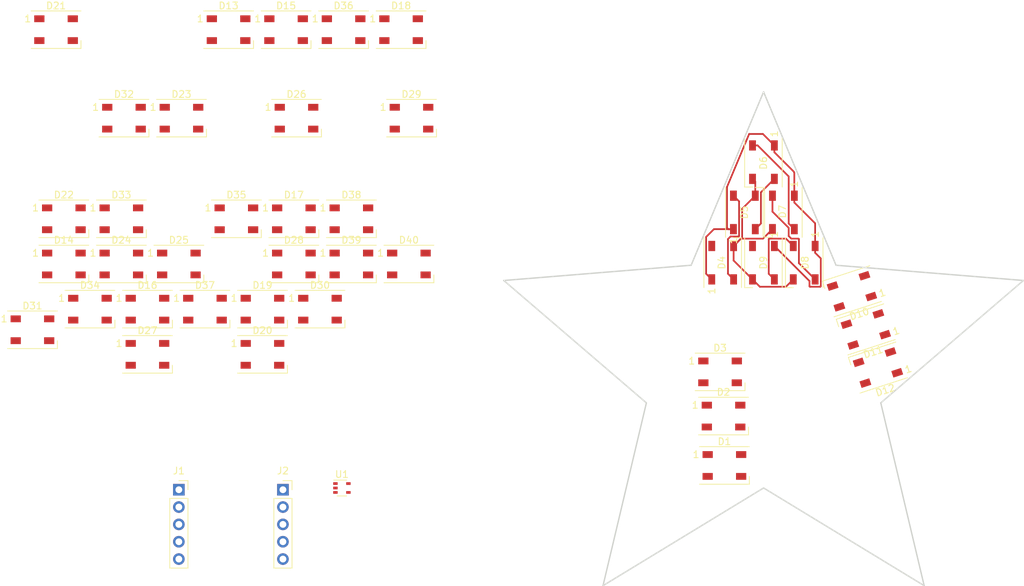
<source format=kicad_pcb>
(kicad_pcb (version 20171130) (host pcbnew "(5.1.8-0-10_14)")

  (general
    (thickness 1.6)
    (drawings 10)
    (tracks 65)
    (zones 0)
    (modules 43)
    (nets 44)
  )

  (page A4)
  (layers
    (0 F.Cu signal)
    (31 B.Cu signal)
    (32 B.Adhes user)
    (33 F.Adhes user)
    (34 B.Paste user)
    (35 F.Paste user)
    (36 B.SilkS user)
    (37 F.SilkS user)
    (38 B.Mask user)
    (39 F.Mask user)
    (40 Dwgs.User user)
    (41 Cmts.User user)
    (42 Eco1.User user)
    (43 Eco2.User user)
    (44 Edge.Cuts user)
    (45 Margin user)
    (46 B.CrtYd user)
    (47 F.CrtYd user)
    (48 B.Fab user)
    (49 F.Fab user hide)
  )

  (setup
    (last_trace_width 0.25)
    (trace_clearance 0.2)
    (zone_clearance 0.508)
    (zone_45_only no)
    (trace_min 0.2)
    (via_size 0.8)
    (via_drill 0.4)
    (via_min_size 0.4)
    (via_min_drill 0.3)
    (uvia_size 0.3)
    (uvia_drill 0.1)
    (uvias_allowed no)
    (uvia_min_size 0.2)
    (uvia_min_drill 0.1)
    (edge_width 0.05)
    (segment_width 0.2)
    (pcb_text_width 0.3)
    (pcb_text_size 1.5 1.5)
    (mod_edge_width 0.12)
    (mod_text_size 1 1)
    (mod_text_width 0.15)
    (pad_size 1.524 1.524)
    (pad_drill 0.762)
    (pad_to_mask_clearance 0)
    (aux_axis_origin 0 0)
    (visible_elements FFFFFF7F)
    (pcbplotparams
      (layerselection 0x010fc_ffffffff)
      (usegerberextensions false)
      (usegerberattributes true)
      (usegerberadvancedattributes true)
      (creategerberjobfile true)
      (excludeedgelayer true)
      (linewidth 0.100000)
      (plotframeref false)
      (viasonmask false)
      (mode 1)
      (useauxorigin false)
      (hpglpennumber 1)
      (hpglpenspeed 20)
      (hpglpendiameter 15.000000)
      (psnegative false)
      (psa4output false)
      (plotreference true)
      (plotvalue true)
      (plotinvisibletext false)
      (padsonsilk false)
      (subtractmaskfromsilk false)
      (outputformat 1)
      (mirror false)
      (drillshape 1)
      (scaleselection 1)
      (outputdirectory ""))
  )

  (net 0 "")
  (net 1 +5V)
  (net 2 "Net-(D1-Pad2)")
  (net 3 DIN)
  (net 4 GND)
  (net 5 "Net-(D2-Pad2)")
  (net 6 "Net-(D3-Pad2)")
  (net 7 "Net-(D4-Pad2)")
  (net 8 "Net-(D39-Pad2)")
  (net 9 "Net-(D5-Pad2)")
  (net 10 "Net-(D10-Pad4)")
  (net 11 "Net-(D10-Pad2)")
  (net 12 "Net-(D11-Pad2)")
  (net 13 "Net-(D12-Pad2)")
  (net 14 "Net-(D13-Pad2)")
  (net 15 "Net-(D14-Pad2)")
  (net 16 "Net-(D15-Pad2)")
  (net 17 "Net-(D16-Pad2)")
  (net 18 "Net-(D17-Pad2)")
  (net 19 "Net-(D18-Pad2)")
  (net 20 "Net-(D19-Pad2)")
  (net 21 "Net-(D21-Pad2)")
  (net 22 "Net-(D22-Pad2)")
  (net 23 "Net-(D23-Pad2)")
  (net 24 "Net-(D24-Pad2)")
  (net 25 "Net-(D25-Pad2)")
  (net 26 "Net-(D26-Pad2)")
  (net 27 "Net-(D27-Pad2)")
  (net 28 "Net-(D28-Pad2)")
  (net 29 "Net-(D29-Pad2)")
  (net 30 "Net-(D30-Pad2)")
  (net 31 "Net-(D31-Pad2)")
  (net 32 "Net-(D32-Pad2)")
  (net 33 "Net-(D33-Pad2)")
  (net 34 "Net-(D34-Pad2)")
  (net 35 "Net-(D35-Pad2)")
  (net 36 "Net-(D36-Pad2)")
  (net 37 "Net-(D38-Pad2)")
  (net 38 BAT)
  (net 39 MOSI)
  (net 40 "Net-(D6-Pad2)")
  (net 41 "Net-(D7-Pad2)")
  (net 42 "Net-(D8-Pad2)")
  (net 43 "Net-(D37-Pad2)")

  (net_class Default "This is the default net class."
    (clearance 0.2)
    (trace_width 0.25)
    (via_dia 0.8)
    (via_drill 0.4)
    (uvia_dia 0.3)
    (uvia_drill 0.1)
    (add_net +5V)
    (add_net BAT)
    (add_net DIN)
    (add_net GND)
    (add_net MOSI)
    (add_net "Net-(D1-Pad2)")
    (add_net "Net-(D10-Pad2)")
    (add_net "Net-(D10-Pad4)")
    (add_net "Net-(D11-Pad2)")
    (add_net "Net-(D12-Pad2)")
    (add_net "Net-(D13-Pad2)")
    (add_net "Net-(D14-Pad2)")
    (add_net "Net-(D15-Pad2)")
    (add_net "Net-(D16-Pad2)")
    (add_net "Net-(D17-Pad2)")
    (add_net "Net-(D18-Pad2)")
    (add_net "Net-(D19-Pad2)")
    (add_net "Net-(D2-Pad2)")
    (add_net "Net-(D21-Pad2)")
    (add_net "Net-(D22-Pad2)")
    (add_net "Net-(D23-Pad2)")
    (add_net "Net-(D24-Pad2)")
    (add_net "Net-(D25-Pad2)")
    (add_net "Net-(D26-Pad2)")
    (add_net "Net-(D27-Pad2)")
    (add_net "Net-(D28-Pad2)")
    (add_net "Net-(D29-Pad2)")
    (add_net "Net-(D3-Pad2)")
    (add_net "Net-(D30-Pad2)")
    (add_net "Net-(D31-Pad2)")
    (add_net "Net-(D32-Pad2)")
    (add_net "Net-(D33-Pad2)")
    (add_net "Net-(D34-Pad2)")
    (add_net "Net-(D35-Pad2)")
    (add_net "Net-(D36-Pad2)")
    (add_net "Net-(D37-Pad2)")
    (add_net "Net-(D38-Pad2)")
    (add_net "Net-(D39-Pad2)")
    (add_net "Net-(D4-Pad2)")
    (add_net "Net-(D5-Pad2)")
    (add_net "Net-(D6-Pad2)")
    (add_net "Net-(D7-Pad2)")
    (add_net "Net-(D8-Pad2)")
  )

  (module LED_SMD:LED_WS2812B_PLCC4_5.0x5.0mm_P3.2mm (layer F.Cu) (tedit 5AA4B285) (tstamp 5FDC1DBE)
    (at 163.449 121.031)
    (descr https://cdn-shop.adafruit.com/datasheets/WS2812B.pdf)
    (tags "LED RGB NeoPixel")
    (path /5FD09B8B)
    (attr smd)
    (fp_text reference D1 (at 0 -3.5) (layer F.SilkS)
      (effects (font (size 1 1) (thickness 0.15)))
    )
    (fp_text value WS2812B (at 0 4) (layer F.Fab)
      (effects (font (size 1 1) (thickness 0.15)))
    )
    (fp_text user %R (at 0 0) (layer F.Fab)
      (effects (font (size 0.8 0.8) (thickness 0.15)))
    )
    (fp_text user 1 (at -4.15 -1.6) (layer F.SilkS)
      (effects (font (size 1 1) (thickness 0.15)))
    )
    (fp_line (start 3.45 -2.75) (end -3.45 -2.75) (layer F.CrtYd) (width 0.05))
    (fp_line (start 3.45 2.75) (end 3.45 -2.75) (layer F.CrtYd) (width 0.05))
    (fp_line (start -3.45 2.75) (end 3.45 2.75) (layer F.CrtYd) (width 0.05))
    (fp_line (start -3.45 -2.75) (end -3.45 2.75) (layer F.CrtYd) (width 0.05))
    (fp_line (start 2.5 1.5) (end 1.5 2.5) (layer F.Fab) (width 0.1))
    (fp_line (start -2.5 -2.5) (end -2.5 2.5) (layer F.Fab) (width 0.1))
    (fp_line (start -2.5 2.5) (end 2.5 2.5) (layer F.Fab) (width 0.1))
    (fp_line (start 2.5 2.5) (end 2.5 -2.5) (layer F.Fab) (width 0.1))
    (fp_line (start 2.5 -2.5) (end -2.5 -2.5) (layer F.Fab) (width 0.1))
    (fp_line (start -3.65 -2.75) (end 3.65 -2.75) (layer F.SilkS) (width 0.12))
    (fp_line (start -3.65 2.75) (end 3.65 2.75) (layer F.SilkS) (width 0.12))
    (fp_line (start 3.65 2.75) (end 3.65 1.6) (layer F.SilkS) (width 0.12))
    (fp_circle (center 0 0) (end 0 -2) (layer F.Fab) (width 0.1))
    (pad 1 smd rect (at -2.45 -1.6) (size 1.5 1) (layers F.Cu F.Paste F.Mask)
      (net 1 +5V))
    (pad 2 smd rect (at -2.45 1.6) (size 1.5 1) (layers F.Cu F.Paste F.Mask)
      (net 2 "Net-(D1-Pad2)"))
    (pad 4 smd rect (at 2.45 -1.6) (size 1.5 1) (layers F.Cu F.Paste F.Mask)
      (net 3 DIN))
    (pad 3 smd rect (at 2.45 1.6) (size 1.5 1) (layers F.Cu F.Paste F.Mask)
      (net 4 GND))
    (model ${KISYS3DMOD}/LED_SMD.3dshapes/LED_WS2812B_PLCC4_5.0x5.0mm_P3.2mm.wrl
      (at (xyz 0 0 0))
      (scale (xyz 1 1 1))
      (rotate (xyz 0 0 0))
    )
  )

  (module LED_SMD:LED_WS2812B_PLCC4_5.0x5.0mm_P3.2mm (layer F.Cu) (tedit 5AA4B285) (tstamp 5FDC1DD5)
    (at 184.15 101.092 198)
    (descr https://cdn-shop.adafruit.com/datasheets/WS2812B.pdf)
    (tags "LED RGB NeoPixel")
    (path /5FDE893E)
    (attr smd)
    (fp_text reference D11 (at 0 -3.5 18) (layer F.SilkS)
      (effects (font (size 1 1) (thickness 0.15)))
    )
    (fp_text value WS2812B (at 0 4 18) (layer F.Fab)
      (effects (font (size 1 1) (thickness 0.15)))
    )
    (fp_text user %R (at 0 0 18) (layer F.Fab)
      (effects (font (size 0.8 0.8) (thickness 0.15)))
    )
    (fp_text user 1 (at -4.15 -1.6 18) (layer F.SilkS)
      (effects (font (size 1 1) (thickness 0.15)))
    )
    (fp_line (start 3.45 -2.75) (end -3.45 -2.75) (layer F.CrtYd) (width 0.05))
    (fp_line (start 3.45 2.75) (end 3.45 -2.75) (layer F.CrtYd) (width 0.05))
    (fp_line (start -3.45 2.75) (end 3.45 2.75) (layer F.CrtYd) (width 0.05))
    (fp_line (start -3.45 -2.75) (end -3.45 2.75) (layer F.CrtYd) (width 0.05))
    (fp_line (start 2.5 1.5) (end 1.5 2.5) (layer F.Fab) (width 0.1))
    (fp_line (start -2.5 -2.5) (end -2.5 2.5) (layer F.Fab) (width 0.1))
    (fp_line (start -2.5 2.5) (end 2.5 2.5) (layer F.Fab) (width 0.1))
    (fp_line (start 2.5 2.5) (end 2.5 -2.5) (layer F.Fab) (width 0.1))
    (fp_line (start 2.5 -2.5) (end -2.5 -2.5) (layer F.Fab) (width 0.1))
    (fp_line (start -3.65 -2.75) (end 3.65 -2.75) (layer F.SilkS) (width 0.12))
    (fp_line (start -3.65 2.75) (end 3.65 2.75) (layer F.SilkS) (width 0.12))
    (fp_line (start 3.65 2.75) (end 3.65 1.6) (layer F.SilkS) (width 0.12))
    (fp_circle (center 0 0) (end 0 -2) (layer F.Fab) (width 0.1))
    (pad 1 smd rect (at -2.45 -1.6 198) (size 1.5 1) (layers F.Cu F.Paste F.Mask)
      (net 1 +5V))
    (pad 2 smd rect (at -2.45 1.6 198) (size 1.5 1) (layers F.Cu F.Paste F.Mask)
      (net 12 "Net-(D11-Pad2)"))
    (pad 4 smd rect (at 2.45 -1.6 198) (size 1.5 1) (layers F.Cu F.Paste F.Mask)
      (net 11 "Net-(D10-Pad2)"))
    (pad 3 smd rect (at 2.45 1.6 198) (size 1.5 1) (layers F.Cu F.Paste F.Mask)
      (net 4 GND))
    (model ${KISYS3DMOD}/LED_SMD.3dshapes/LED_WS2812B_PLCC4_5.0x5.0mm_P3.2mm.wrl
      (at (xyz 0 0 0))
      (scale (xyz 1 1 1))
      (rotate (xyz 0 0 0))
    )
  )

  (module LED_SMD:LED_WS2812B_PLCC4_5.0x5.0mm_P3.2mm (layer F.Cu) (tedit 5AA4B285) (tstamp 5FDC1DEC)
    (at 65.587001 57.166001)
    (descr https://cdn-shop.adafruit.com/datasheets/WS2812B.pdf)
    (tags "LED RGB NeoPixel")
    (path /5FDF627A)
    (attr smd)
    (fp_text reference D21 (at 0 -3.5) (layer F.SilkS)
      (effects (font (size 1 1) (thickness 0.15)))
    )
    (fp_text value WS2812B (at 0 4) (layer F.Fab)
      (effects (font (size 1 1) (thickness 0.15)))
    )
    (fp_text user %R (at 0 0) (layer F.Fab)
      (effects (font (size 0.8 0.8) (thickness 0.15)))
    )
    (fp_text user 1 (at -4.15 -1.6) (layer F.SilkS)
      (effects (font (size 1 1) (thickness 0.15)))
    )
    (fp_line (start 3.45 -2.75) (end -3.45 -2.75) (layer F.CrtYd) (width 0.05))
    (fp_line (start 3.45 2.75) (end 3.45 -2.75) (layer F.CrtYd) (width 0.05))
    (fp_line (start -3.45 2.75) (end 3.45 2.75) (layer F.CrtYd) (width 0.05))
    (fp_line (start -3.45 -2.75) (end -3.45 2.75) (layer F.CrtYd) (width 0.05))
    (fp_line (start 2.5 1.5) (end 1.5 2.5) (layer F.Fab) (width 0.1))
    (fp_line (start -2.5 -2.5) (end -2.5 2.5) (layer F.Fab) (width 0.1))
    (fp_line (start -2.5 2.5) (end 2.5 2.5) (layer F.Fab) (width 0.1))
    (fp_line (start 2.5 2.5) (end 2.5 -2.5) (layer F.Fab) (width 0.1))
    (fp_line (start 2.5 -2.5) (end -2.5 -2.5) (layer F.Fab) (width 0.1))
    (fp_line (start -3.65 -2.75) (end 3.65 -2.75) (layer F.SilkS) (width 0.12))
    (fp_line (start -3.65 2.75) (end 3.65 2.75) (layer F.SilkS) (width 0.12))
    (fp_line (start 3.65 2.75) (end 3.65 1.6) (layer F.SilkS) (width 0.12))
    (fp_circle (center 0 0) (end 0 -2) (layer F.Fab) (width 0.1))
    (pad 1 smd rect (at -2.45 -1.6) (size 1.5 1) (layers F.Cu F.Paste F.Mask)
      (net 1 +5V))
    (pad 2 smd rect (at -2.45 1.6) (size 1.5 1) (layers F.Cu F.Paste F.Mask)
      (net 21 "Net-(D21-Pad2)"))
    (pad 4 smd rect (at 2.45 -1.6) (size 1.5 1) (layers F.Cu F.Paste F.Mask))
    (pad 3 smd rect (at 2.45 1.6) (size 1.5 1) (layers F.Cu F.Paste F.Mask)
      (net 4 GND))
    (model ${KISYS3DMOD}/LED_SMD.3dshapes/LED_WS2812B_PLCC4_5.0x5.0mm_P3.2mm.wrl
      (at (xyz 0 0 0))
      (scale (xyz 1 1 1))
      (rotate (xyz 0 0 0))
    )
  )

  (module LED_SMD:LED_WS2812B_PLCC4_5.0x5.0mm_P3.2mm (layer F.Cu) (tedit 5AA4B285) (tstamp 5FDC1E03)
    (at 62.130001 101.144001)
    (descr https://cdn-shop.adafruit.com/datasheets/WS2812B.pdf)
    (tags "LED RGB NeoPixel")
    (path /5FDFF8DE)
    (attr smd)
    (fp_text reference D31 (at 0 -3.5) (layer F.SilkS)
      (effects (font (size 1 1) (thickness 0.15)))
    )
    (fp_text value WS2812B (at 0 4) (layer F.Fab)
      (effects (font (size 1 1) (thickness 0.15)))
    )
    (fp_text user %R (at 0 0) (layer F.Fab)
      (effects (font (size 0.8 0.8) (thickness 0.15)))
    )
    (fp_text user 1 (at -4.15 -1.6) (layer F.SilkS)
      (effects (font (size 1 1) (thickness 0.15)))
    )
    (fp_line (start 3.45 -2.75) (end -3.45 -2.75) (layer F.CrtYd) (width 0.05))
    (fp_line (start 3.45 2.75) (end 3.45 -2.75) (layer F.CrtYd) (width 0.05))
    (fp_line (start -3.45 2.75) (end 3.45 2.75) (layer F.CrtYd) (width 0.05))
    (fp_line (start -3.45 -2.75) (end -3.45 2.75) (layer F.CrtYd) (width 0.05))
    (fp_line (start 2.5 1.5) (end 1.5 2.5) (layer F.Fab) (width 0.1))
    (fp_line (start -2.5 -2.5) (end -2.5 2.5) (layer F.Fab) (width 0.1))
    (fp_line (start -2.5 2.5) (end 2.5 2.5) (layer F.Fab) (width 0.1))
    (fp_line (start 2.5 2.5) (end 2.5 -2.5) (layer F.Fab) (width 0.1))
    (fp_line (start 2.5 -2.5) (end -2.5 -2.5) (layer F.Fab) (width 0.1))
    (fp_line (start -3.65 -2.75) (end 3.65 -2.75) (layer F.SilkS) (width 0.12))
    (fp_line (start -3.65 2.75) (end 3.65 2.75) (layer F.SilkS) (width 0.12))
    (fp_line (start 3.65 2.75) (end 3.65 1.6) (layer F.SilkS) (width 0.12))
    (fp_circle (center 0 0) (end 0 -2) (layer F.Fab) (width 0.1))
    (pad 1 smd rect (at -2.45 -1.6) (size 1.5 1) (layers F.Cu F.Paste F.Mask)
      (net 1 +5V))
    (pad 2 smd rect (at -2.45 1.6) (size 1.5 1) (layers F.Cu F.Paste F.Mask)
      (net 31 "Net-(D31-Pad2)"))
    (pad 4 smd rect (at 2.45 -1.6) (size 1.5 1) (layers F.Cu F.Paste F.Mask)
      (net 30 "Net-(D30-Pad2)"))
    (pad 3 smd rect (at 2.45 1.6) (size 1.5 1) (layers F.Cu F.Paste F.Mask)
      (net 4 GND))
    (model ${KISYS3DMOD}/LED_SMD.3dshapes/LED_WS2812B_PLCC4_5.0x5.0mm_P3.2mm.wrl
      (at (xyz 0 0 0))
      (scale (xyz 1 1 1))
      (rotate (xyz 0 0 0))
    )
  )

  (module LED_SMD:LED_WS2812B_PLCC4_5.0x5.0mm_P3.2mm (layer F.Cu) (tedit 5AA4B285) (tstamp 5FDC1E1A)
    (at 163.322 113.792)
    (descr https://cdn-shop.adafruit.com/datasheets/WS2812B.pdf)
    (tags "LED RGB NeoPixel")
    (path /5FDC1D60)
    (attr smd)
    (fp_text reference D2 (at 0 -3.5) (layer F.SilkS)
      (effects (font (size 1 1) (thickness 0.15)))
    )
    (fp_text value WS2812B (at 0 4) (layer F.Fab)
      (effects (font (size 1 1) (thickness 0.15)))
    )
    (fp_circle (center 0 0) (end 0 -2) (layer F.Fab) (width 0.1))
    (fp_line (start 3.65 2.75) (end 3.65 1.6) (layer F.SilkS) (width 0.12))
    (fp_line (start -3.65 2.75) (end 3.65 2.75) (layer F.SilkS) (width 0.12))
    (fp_line (start -3.65 -2.75) (end 3.65 -2.75) (layer F.SilkS) (width 0.12))
    (fp_line (start 2.5 -2.5) (end -2.5 -2.5) (layer F.Fab) (width 0.1))
    (fp_line (start 2.5 2.5) (end 2.5 -2.5) (layer F.Fab) (width 0.1))
    (fp_line (start -2.5 2.5) (end 2.5 2.5) (layer F.Fab) (width 0.1))
    (fp_line (start -2.5 -2.5) (end -2.5 2.5) (layer F.Fab) (width 0.1))
    (fp_line (start 2.5 1.5) (end 1.5 2.5) (layer F.Fab) (width 0.1))
    (fp_line (start -3.45 -2.75) (end -3.45 2.75) (layer F.CrtYd) (width 0.05))
    (fp_line (start -3.45 2.75) (end 3.45 2.75) (layer F.CrtYd) (width 0.05))
    (fp_line (start 3.45 2.75) (end 3.45 -2.75) (layer F.CrtYd) (width 0.05))
    (fp_line (start 3.45 -2.75) (end -3.45 -2.75) (layer F.CrtYd) (width 0.05))
    (fp_text user 1 (at -4.15 -1.6) (layer F.SilkS)
      (effects (font (size 1 1) (thickness 0.15)))
    )
    (fp_text user %R (at 0 0) (layer F.Fab)
      (effects (font (size 0.8 0.8) (thickness 0.15)))
    )
    (pad 3 smd rect (at 2.45 1.6) (size 1.5 1) (layers F.Cu F.Paste F.Mask)
      (net 4 GND))
    (pad 4 smd rect (at 2.45 -1.6) (size 1.5 1) (layers F.Cu F.Paste F.Mask)
      (net 2 "Net-(D1-Pad2)"))
    (pad 2 smd rect (at -2.45 1.6) (size 1.5 1) (layers F.Cu F.Paste F.Mask)
      (net 5 "Net-(D2-Pad2)"))
    (pad 1 smd rect (at -2.45 -1.6) (size 1.5 1) (layers F.Cu F.Paste F.Mask)
      (net 1 +5V))
    (model ${KISYS3DMOD}/LED_SMD.3dshapes/LED_WS2812B_PLCC4_5.0x5.0mm_P3.2mm.wrl
      (at (xyz 0 0 0))
      (scale (xyz 1 1 1))
      (rotate (xyz 0 0 0))
    )
  )

  (module LED_SMD:LED_WS2812B_PLCC4_5.0x5.0mm_P3.2mm (layer F.Cu) (tedit 5AA4B285) (tstamp 5FDC1E31)
    (at 185.928 106.68 198)
    (descr https://cdn-shop.adafruit.com/datasheets/WS2812B.pdf)
    (tags "LED RGB NeoPixel")
    (path /5FDE8944)
    (attr smd)
    (fp_text reference D12 (at 0 -3.5 18) (layer F.SilkS)
      (effects (font (size 1 1) (thickness 0.15)))
    )
    (fp_text value WS2812B (at 0 4 18) (layer F.Fab)
      (effects (font (size 1 1) (thickness 0.15)))
    )
    (fp_circle (center 0 0) (end 0 -2) (layer F.Fab) (width 0.1))
    (fp_line (start 3.65 2.75) (end 3.65 1.6) (layer F.SilkS) (width 0.12))
    (fp_line (start -3.65 2.75) (end 3.65 2.75) (layer F.SilkS) (width 0.12))
    (fp_line (start -3.65 -2.75) (end 3.65 -2.75) (layer F.SilkS) (width 0.12))
    (fp_line (start 2.5 -2.5) (end -2.5 -2.5) (layer F.Fab) (width 0.1))
    (fp_line (start 2.5 2.5) (end 2.5 -2.5) (layer F.Fab) (width 0.1))
    (fp_line (start -2.5 2.5) (end 2.5 2.5) (layer F.Fab) (width 0.1))
    (fp_line (start -2.5 -2.5) (end -2.5 2.5) (layer F.Fab) (width 0.1))
    (fp_line (start 2.5 1.5) (end 1.5 2.5) (layer F.Fab) (width 0.1))
    (fp_line (start -3.45 -2.75) (end -3.45 2.75) (layer F.CrtYd) (width 0.05))
    (fp_line (start -3.45 2.75) (end 3.45 2.75) (layer F.CrtYd) (width 0.05))
    (fp_line (start 3.45 2.75) (end 3.45 -2.75) (layer F.CrtYd) (width 0.05))
    (fp_line (start 3.45 -2.75) (end -3.45 -2.75) (layer F.CrtYd) (width 0.05))
    (fp_text user 1 (at -4.15 -1.6 18) (layer F.SilkS)
      (effects (font (size 1 1) (thickness 0.15)))
    )
    (fp_text user %R (at 0 0 18) (layer F.Fab)
      (effects (font (size 0.8 0.8) (thickness 0.15)))
    )
    (pad 3 smd rect (at 2.45 1.6 198) (size 1.5 1) (layers F.Cu F.Paste F.Mask)
      (net 4 GND))
    (pad 4 smd rect (at 2.45 -1.6 198) (size 1.5 1) (layers F.Cu F.Paste F.Mask)
      (net 12 "Net-(D11-Pad2)"))
    (pad 2 smd rect (at -2.45 1.6 198) (size 1.5 1) (layers F.Cu F.Paste F.Mask)
      (net 13 "Net-(D12-Pad2)"))
    (pad 1 smd rect (at -2.45 -1.6 198) (size 1.5 1) (layers F.Cu F.Paste F.Mask)
      (net 1 +5V))
    (model ${KISYS3DMOD}/LED_SMD.3dshapes/LED_WS2812B_PLCC4_5.0x5.0mm_P3.2mm.wrl
      (at (xyz 0 0 0))
      (scale (xyz 1 1 1))
      (rotate (xyz 0 0 0))
    )
  )

  (module LED_SMD:LED_WS2812B_PLCC4_5.0x5.0mm_P3.2mm (layer F.Cu) (tedit 5AA4B285) (tstamp 5FDC1E48)
    (at 66.730001 84.884001)
    (descr https://cdn-shop.adafruit.com/datasheets/WS2812B.pdf)
    (tags "LED RGB NeoPixel")
    (path /5FDF6280)
    (attr smd)
    (fp_text reference D22 (at 0 -3.5) (layer F.SilkS)
      (effects (font (size 1 1) (thickness 0.15)))
    )
    (fp_text value WS2812B (at 0 4) (layer F.Fab)
      (effects (font (size 1 1) (thickness 0.15)))
    )
    (fp_circle (center 0 0) (end 0 -2) (layer F.Fab) (width 0.1))
    (fp_line (start 3.65 2.75) (end 3.65 1.6) (layer F.SilkS) (width 0.12))
    (fp_line (start -3.65 2.75) (end 3.65 2.75) (layer F.SilkS) (width 0.12))
    (fp_line (start -3.65 -2.75) (end 3.65 -2.75) (layer F.SilkS) (width 0.12))
    (fp_line (start 2.5 -2.5) (end -2.5 -2.5) (layer F.Fab) (width 0.1))
    (fp_line (start 2.5 2.5) (end 2.5 -2.5) (layer F.Fab) (width 0.1))
    (fp_line (start -2.5 2.5) (end 2.5 2.5) (layer F.Fab) (width 0.1))
    (fp_line (start -2.5 -2.5) (end -2.5 2.5) (layer F.Fab) (width 0.1))
    (fp_line (start 2.5 1.5) (end 1.5 2.5) (layer F.Fab) (width 0.1))
    (fp_line (start -3.45 -2.75) (end -3.45 2.75) (layer F.CrtYd) (width 0.05))
    (fp_line (start -3.45 2.75) (end 3.45 2.75) (layer F.CrtYd) (width 0.05))
    (fp_line (start 3.45 2.75) (end 3.45 -2.75) (layer F.CrtYd) (width 0.05))
    (fp_line (start 3.45 -2.75) (end -3.45 -2.75) (layer F.CrtYd) (width 0.05))
    (fp_text user 1 (at -4.15 -1.6) (layer F.SilkS)
      (effects (font (size 1 1) (thickness 0.15)))
    )
    (fp_text user %R (at 0 0) (layer F.Fab)
      (effects (font (size 0.8 0.8) (thickness 0.15)))
    )
    (pad 3 smd rect (at 2.45 1.6) (size 1.5 1) (layers F.Cu F.Paste F.Mask)
      (net 4 GND))
    (pad 4 smd rect (at 2.45 -1.6) (size 1.5 1) (layers F.Cu F.Paste F.Mask)
      (net 21 "Net-(D21-Pad2)"))
    (pad 2 smd rect (at -2.45 1.6) (size 1.5 1) (layers F.Cu F.Paste F.Mask)
      (net 22 "Net-(D22-Pad2)"))
    (pad 1 smd rect (at -2.45 -1.6) (size 1.5 1) (layers F.Cu F.Paste F.Mask)
      (net 1 +5V))
    (model ${KISYS3DMOD}/LED_SMD.3dshapes/LED_WS2812B_PLCC4_5.0x5.0mm_P3.2mm.wrl
      (at (xyz 0 0 0))
      (scale (xyz 1 1 1))
      (rotate (xyz 0 0 0))
    )
  )

  (module LED_SMD:LED_WS2812B_PLCC4_5.0x5.0mm_P3.2mm (layer F.Cu) (tedit 5AA4B285) (tstamp 5FDC1E5F)
    (at 75.531001 70.136001)
    (descr https://cdn-shop.adafruit.com/datasheets/WS2812B.pdf)
    (tags "LED RGB NeoPixel")
    (path /5FDFF8E4)
    (attr smd)
    (fp_text reference D32 (at 0 -3.5) (layer F.SilkS)
      (effects (font (size 1 1) (thickness 0.15)))
    )
    (fp_text value WS2812B (at 0 4) (layer F.Fab)
      (effects (font (size 1 1) (thickness 0.15)))
    )
    (fp_circle (center 0 0) (end 0 -2) (layer F.Fab) (width 0.1))
    (fp_line (start 3.65 2.75) (end 3.65 1.6) (layer F.SilkS) (width 0.12))
    (fp_line (start -3.65 2.75) (end 3.65 2.75) (layer F.SilkS) (width 0.12))
    (fp_line (start -3.65 -2.75) (end 3.65 -2.75) (layer F.SilkS) (width 0.12))
    (fp_line (start 2.5 -2.5) (end -2.5 -2.5) (layer F.Fab) (width 0.1))
    (fp_line (start 2.5 2.5) (end 2.5 -2.5) (layer F.Fab) (width 0.1))
    (fp_line (start -2.5 2.5) (end 2.5 2.5) (layer F.Fab) (width 0.1))
    (fp_line (start -2.5 -2.5) (end -2.5 2.5) (layer F.Fab) (width 0.1))
    (fp_line (start 2.5 1.5) (end 1.5 2.5) (layer F.Fab) (width 0.1))
    (fp_line (start -3.45 -2.75) (end -3.45 2.75) (layer F.CrtYd) (width 0.05))
    (fp_line (start -3.45 2.75) (end 3.45 2.75) (layer F.CrtYd) (width 0.05))
    (fp_line (start 3.45 2.75) (end 3.45 -2.75) (layer F.CrtYd) (width 0.05))
    (fp_line (start 3.45 -2.75) (end -3.45 -2.75) (layer F.CrtYd) (width 0.05))
    (fp_text user 1 (at -4.15 -1.6) (layer F.SilkS)
      (effects (font (size 1 1) (thickness 0.15)))
    )
    (fp_text user %R (at 0 0) (layer F.Fab)
      (effects (font (size 0.8 0.8) (thickness 0.15)))
    )
    (pad 3 smd rect (at 2.45 1.6) (size 1.5 1) (layers F.Cu F.Paste F.Mask)
      (net 4 GND))
    (pad 4 smd rect (at 2.45 -1.6) (size 1.5 1) (layers F.Cu F.Paste F.Mask)
      (net 31 "Net-(D31-Pad2)"))
    (pad 2 smd rect (at -2.45 1.6) (size 1.5 1) (layers F.Cu F.Paste F.Mask)
      (net 32 "Net-(D32-Pad2)"))
    (pad 1 smd rect (at -2.45 -1.6) (size 1.5 1) (layers F.Cu F.Paste F.Mask)
      (net 1 +5V))
    (model ${KISYS3DMOD}/LED_SMD.3dshapes/LED_WS2812B_PLCC4_5.0x5.0mm_P3.2mm.wrl
      (at (xyz 0 0 0))
      (scale (xyz 1 1 1))
      (rotate (xyz 0 0 0))
    )
  )

  (module LED_SMD:LED_WS2812B_PLCC4_5.0x5.0mm_P3.2mm (layer F.Cu) (tedit 5AA4B285) (tstamp 5FDC1E76)
    (at 162.814 107.315)
    (descr https://cdn-shop.adafruit.com/datasheets/WS2812B.pdf)
    (tags "LED RGB NeoPixel")
    (path /5FDC2595)
    (attr smd)
    (fp_text reference D3 (at 0 -3.5) (layer F.SilkS)
      (effects (font (size 1 1) (thickness 0.15)))
    )
    (fp_text value WS2812B (at 0 4) (layer F.Fab)
      (effects (font (size 1 1) (thickness 0.15)))
    )
    (fp_text user %R (at 0 0) (layer F.Fab)
      (effects (font (size 0.8 0.8) (thickness 0.15)))
    )
    (fp_text user 1 (at -4.15 -1.6) (layer F.SilkS)
      (effects (font (size 1 1) (thickness 0.15)))
    )
    (fp_line (start 3.45 -2.75) (end -3.45 -2.75) (layer F.CrtYd) (width 0.05))
    (fp_line (start 3.45 2.75) (end 3.45 -2.75) (layer F.CrtYd) (width 0.05))
    (fp_line (start -3.45 2.75) (end 3.45 2.75) (layer F.CrtYd) (width 0.05))
    (fp_line (start -3.45 -2.75) (end -3.45 2.75) (layer F.CrtYd) (width 0.05))
    (fp_line (start 2.5 1.5) (end 1.5 2.5) (layer F.Fab) (width 0.1))
    (fp_line (start -2.5 -2.5) (end -2.5 2.5) (layer F.Fab) (width 0.1))
    (fp_line (start -2.5 2.5) (end 2.5 2.5) (layer F.Fab) (width 0.1))
    (fp_line (start 2.5 2.5) (end 2.5 -2.5) (layer F.Fab) (width 0.1))
    (fp_line (start 2.5 -2.5) (end -2.5 -2.5) (layer F.Fab) (width 0.1))
    (fp_line (start -3.65 -2.75) (end 3.65 -2.75) (layer F.SilkS) (width 0.12))
    (fp_line (start -3.65 2.75) (end 3.65 2.75) (layer F.SilkS) (width 0.12))
    (fp_line (start 3.65 2.75) (end 3.65 1.6) (layer F.SilkS) (width 0.12))
    (fp_circle (center 0 0) (end 0 -2) (layer F.Fab) (width 0.1))
    (pad 1 smd rect (at -2.45 -1.6) (size 1.5 1) (layers F.Cu F.Paste F.Mask)
      (net 1 +5V))
    (pad 2 smd rect (at -2.45 1.6) (size 1.5 1) (layers F.Cu F.Paste F.Mask)
      (net 6 "Net-(D3-Pad2)"))
    (pad 4 smd rect (at 2.45 -1.6) (size 1.5 1) (layers F.Cu F.Paste F.Mask)
      (net 5 "Net-(D2-Pad2)"))
    (pad 3 smd rect (at 2.45 1.6) (size 1.5 1) (layers F.Cu F.Paste F.Mask)
      (net 4 GND))
    (model ${KISYS3DMOD}/LED_SMD.3dshapes/LED_WS2812B_PLCC4_5.0x5.0mm_P3.2mm.wrl
      (at (xyz 0 0 0))
      (scale (xyz 1 1 1))
      (rotate (xyz 0 0 0))
    )
  )

  (module LED_SMD:LED_WS2812B_PLCC4_5.0x5.0mm_P3.2mm (layer F.Cu) (tedit 5AA4B285) (tstamp 5FDC1E8D)
    (at 90.847001 57.166001)
    (descr https://cdn-shop.adafruit.com/datasheets/WS2812B.pdf)
    (tags "LED RGB NeoPixel")
    (path /5FDE894A)
    (attr smd)
    (fp_text reference D13 (at 0 -3.5) (layer F.SilkS)
      (effects (font (size 1 1) (thickness 0.15)))
    )
    (fp_text value WS2812B (at 0 4) (layer F.Fab)
      (effects (font (size 1 1) (thickness 0.15)))
    )
    (fp_text user %R (at 0 0) (layer F.Fab)
      (effects (font (size 0.8 0.8) (thickness 0.15)))
    )
    (fp_text user 1 (at -4.15 -1.6) (layer F.SilkS)
      (effects (font (size 1 1) (thickness 0.15)))
    )
    (fp_line (start 3.45 -2.75) (end -3.45 -2.75) (layer F.CrtYd) (width 0.05))
    (fp_line (start 3.45 2.75) (end 3.45 -2.75) (layer F.CrtYd) (width 0.05))
    (fp_line (start -3.45 2.75) (end 3.45 2.75) (layer F.CrtYd) (width 0.05))
    (fp_line (start -3.45 -2.75) (end -3.45 2.75) (layer F.CrtYd) (width 0.05))
    (fp_line (start 2.5 1.5) (end 1.5 2.5) (layer F.Fab) (width 0.1))
    (fp_line (start -2.5 -2.5) (end -2.5 2.5) (layer F.Fab) (width 0.1))
    (fp_line (start -2.5 2.5) (end 2.5 2.5) (layer F.Fab) (width 0.1))
    (fp_line (start 2.5 2.5) (end 2.5 -2.5) (layer F.Fab) (width 0.1))
    (fp_line (start 2.5 -2.5) (end -2.5 -2.5) (layer F.Fab) (width 0.1))
    (fp_line (start -3.65 -2.75) (end 3.65 -2.75) (layer F.SilkS) (width 0.12))
    (fp_line (start -3.65 2.75) (end 3.65 2.75) (layer F.SilkS) (width 0.12))
    (fp_line (start 3.65 2.75) (end 3.65 1.6) (layer F.SilkS) (width 0.12))
    (fp_circle (center 0 0) (end 0 -2) (layer F.Fab) (width 0.1))
    (pad 1 smd rect (at -2.45 -1.6) (size 1.5 1) (layers F.Cu F.Paste F.Mask)
      (net 1 +5V))
    (pad 2 smd rect (at -2.45 1.6) (size 1.5 1) (layers F.Cu F.Paste F.Mask)
      (net 14 "Net-(D13-Pad2)"))
    (pad 4 smd rect (at 2.45 -1.6) (size 1.5 1) (layers F.Cu F.Paste F.Mask)
      (net 13 "Net-(D12-Pad2)"))
    (pad 3 smd rect (at 2.45 1.6) (size 1.5 1) (layers F.Cu F.Paste F.Mask)
      (net 4 GND))
    (model ${KISYS3DMOD}/LED_SMD.3dshapes/LED_WS2812B_PLCC4_5.0x5.0mm_P3.2mm.wrl
      (at (xyz 0 0 0))
      (scale (xyz 1 1 1))
      (rotate (xyz 0 0 0))
    )
  )

  (module LED_SMD:LED_WS2812B_PLCC4_5.0x5.0mm_P3.2mm (layer F.Cu) (tedit 5AA4B285) (tstamp 5FDC1EA4)
    (at 83.951001 70.136001)
    (descr https://cdn-shop.adafruit.com/datasheets/WS2812B.pdf)
    (tags "LED RGB NeoPixel")
    (path /5FDF6286)
    (attr smd)
    (fp_text reference D23 (at 0 -3.5) (layer F.SilkS)
      (effects (font (size 1 1) (thickness 0.15)))
    )
    (fp_text value WS2812B (at 0 4) (layer F.Fab)
      (effects (font (size 1 1) (thickness 0.15)))
    )
    (fp_text user %R (at 0 0) (layer F.Fab)
      (effects (font (size 0.8 0.8) (thickness 0.15)))
    )
    (fp_text user 1 (at -4.15 -1.6) (layer F.SilkS)
      (effects (font (size 1 1) (thickness 0.15)))
    )
    (fp_line (start 3.45 -2.75) (end -3.45 -2.75) (layer F.CrtYd) (width 0.05))
    (fp_line (start 3.45 2.75) (end 3.45 -2.75) (layer F.CrtYd) (width 0.05))
    (fp_line (start -3.45 2.75) (end 3.45 2.75) (layer F.CrtYd) (width 0.05))
    (fp_line (start -3.45 -2.75) (end -3.45 2.75) (layer F.CrtYd) (width 0.05))
    (fp_line (start 2.5 1.5) (end 1.5 2.5) (layer F.Fab) (width 0.1))
    (fp_line (start -2.5 -2.5) (end -2.5 2.5) (layer F.Fab) (width 0.1))
    (fp_line (start -2.5 2.5) (end 2.5 2.5) (layer F.Fab) (width 0.1))
    (fp_line (start 2.5 2.5) (end 2.5 -2.5) (layer F.Fab) (width 0.1))
    (fp_line (start 2.5 -2.5) (end -2.5 -2.5) (layer F.Fab) (width 0.1))
    (fp_line (start -3.65 -2.75) (end 3.65 -2.75) (layer F.SilkS) (width 0.12))
    (fp_line (start -3.65 2.75) (end 3.65 2.75) (layer F.SilkS) (width 0.12))
    (fp_line (start 3.65 2.75) (end 3.65 1.6) (layer F.SilkS) (width 0.12))
    (fp_circle (center 0 0) (end 0 -2) (layer F.Fab) (width 0.1))
    (pad 1 smd rect (at -2.45 -1.6) (size 1.5 1) (layers F.Cu F.Paste F.Mask)
      (net 1 +5V))
    (pad 2 smd rect (at -2.45 1.6) (size 1.5 1) (layers F.Cu F.Paste F.Mask)
      (net 23 "Net-(D23-Pad2)"))
    (pad 4 smd rect (at 2.45 -1.6) (size 1.5 1) (layers F.Cu F.Paste F.Mask)
      (net 22 "Net-(D22-Pad2)"))
    (pad 3 smd rect (at 2.45 1.6) (size 1.5 1) (layers F.Cu F.Paste F.Mask)
      (net 4 GND))
    (model ${KISYS3DMOD}/LED_SMD.3dshapes/LED_WS2812B_PLCC4_5.0x5.0mm_P3.2mm.wrl
      (at (xyz 0 0 0))
      (scale (xyz 1 1 1))
      (rotate (xyz 0 0 0))
    )
  )

  (module LED_SMD:LED_WS2812B_PLCC4_5.0x5.0mm_P3.2mm (layer F.Cu) (tedit 5AA4B285) (tstamp 5FDC1EBB)
    (at 75.150001 84.884001)
    (descr https://cdn-shop.adafruit.com/datasheets/WS2812B.pdf)
    (tags "LED RGB NeoPixel")
    (path /5FDFF8EA)
    (attr smd)
    (fp_text reference D33 (at 0 -3.5) (layer F.SilkS)
      (effects (font (size 1 1) (thickness 0.15)))
    )
    (fp_text value WS2812B (at 0 4) (layer F.Fab)
      (effects (font (size 1 1) (thickness 0.15)))
    )
    (fp_text user %R (at 0 0) (layer F.Fab)
      (effects (font (size 0.8 0.8) (thickness 0.15)))
    )
    (fp_text user 1 (at -4.15 -1.6) (layer F.SilkS)
      (effects (font (size 1 1) (thickness 0.15)))
    )
    (fp_line (start 3.45 -2.75) (end -3.45 -2.75) (layer F.CrtYd) (width 0.05))
    (fp_line (start 3.45 2.75) (end 3.45 -2.75) (layer F.CrtYd) (width 0.05))
    (fp_line (start -3.45 2.75) (end 3.45 2.75) (layer F.CrtYd) (width 0.05))
    (fp_line (start -3.45 -2.75) (end -3.45 2.75) (layer F.CrtYd) (width 0.05))
    (fp_line (start 2.5 1.5) (end 1.5 2.5) (layer F.Fab) (width 0.1))
    (fp_line (start -2.5 -2.5) (end -2.5 2.5) (layer F.Fab) (width 0.1))
    (fp_line (start -2.5 2.5) (end 2.5 2.5) (layer F.Fab) (width 0.1))
    (fp_line (start 2.5 2.5) (end 2.5 -2.5) (layer F.Fab) (width 0.1))
    (fp_line (start 2.5 -2.5) (end -2.5 -2.5) (layer F.Fab) (width 0.1))
    (fp_line (start -3.65 -2.75) (end 3.65 -2.75) (layer F.SilkS) (width 0.12))
    (fp_line (start -3.65 2.75) (end 3.65 2.75) (layer F.SilkS) (width 0.12))
    (fp_line (start 3.65 2.75) (end 3.65 1.6) (layer F.SilkS) (width 0.12))
    (fp_circle (center 0 0) (end 0 -2) (layer F.Fab) (width 0.1))
    (pad 1 smd rect (at -2.45 -1.6) (size 1.5 1) (layers F.Cu F.Paste F.Mask)
      (net 1 +5V))
    (pad 2 smd rect (at -2.45 1.6) (size 1.5 1) (layers F.Cu F.Paste F.Mask)
      (net 33 "Net-(D33-Pad2)"))
    (pad 4 smd rect (at 2.45 -1.6) (size 1.5 1) (layers F.Cu F.Paste F.Mask)
      (net 32 "Net-(D32-Pad2)"))
    (pad 3 smd rect (at 2.45 1.6) (size 1.5 1) (layers F.Cu F.Paste F.Mask)
      (net 4 GND))
    (model ${KISYS3DMOD}/LED_SMD.3dshapes/LED_WS2812B_PLCC4_5.0x5.0mm_P3.2mm.wrl
      (at (xyz 0 0 0))
      (scale (xyz 1 1 1))
      (rotate (xyz 0 0 0))
    )
  )

  (module LED_SMD:LED_WS2812B_PLCC4_5.0x5.0mm_P3.2mm (layer F.Cu) (tedit 5AA4B285) (tstamp 5FDC3614)
    (at 163.195 91.313 90)
    (descr https://cdn-shop.adafruit.com/datasheets/WS2812B.pdf)
    (tags "LED RGB NeoPixel")
    (path /5FDC2B0C)
    (attr smd)
    (fp_text reference D4 (at 0 -0.127 270) (layer F.SilkS)
      (effects (font (size 1 1) (thickness 0.15)))
    )
    (fp_text value WS2812B (at 0 4 90) (layer F.Fab)
      (effects (font (size 1 1) (thickness 0.15)))
    )
    (fp_circle (center 0 0) (end 0 -2) (layer F.Fab) (width 0.1))
    (fp_line (start 3.65 2.75) (end 3.65 1.6) (layer F.SilkS) (width 0.12))
    (fp_line (start -3.65 2.75) (end 3.65 2.75) (layer F.SilkS) (width 0.12))
    (fp_line (start -3.65 -2.75) (end 3.65 -2.75) (layer F.SilkS) (width 0.12))
    (fp_line (start 2.5 -2.5) (end -2.5 -2.5) (layer F.Fab) (width 0.1))
    (fp_line (start 2.5 2.5) (end 2.5 -2.5) (layer F.Fab) (width 0.1))
    (fp_line (start -2.5 2.5) (end 2.5 2.5) (layer F.Fab) (width 0.1))
    (fp_line (start -2.5 -2.5) (end -2.5 2.5) (layer F.Fab) (width 0.1))
    (fp_line (start 2.5 1.5) (end 1.5 2.5) (layer F.Fab) (width 0.1))
    (fp_line (start -3.45 -2.75) (end -3.45 2.75) (layer F.CrtYd) (width 0.05))
    (fp_line (start -3.45 2.75) (end 3.45 2.75) (layer F.CrtYd) (width 0.05))
    (fp_line (start 3.45 2.75) (end 3.45 -2.75) (layer F.CrtYd) (width 0.05))
    (fp_line (start 3.45 -2.75) (end -3.45 -2.75) (layer F.CrtYd) (width 0.05))
    (fp_text user 1 (at -4.15 -1.6 90) (layer F.SilkS)
      (effects (font (size 1 1) (thickness 0.15)))
    )
    (fp_text user %R (at 0 0 90) (layer F.Fab)
      (effects (font (size 0.8 0.8) (thickness 0.15)))
    )
    (pad 3 smd rect (at 2.45 1.6 90) (size 1.5 1) (layers F.Cu F.Paste F.Mask)
      (net 4 GND))
    (pad 4 smd rect (at 2.45 -1.6 90) (size 1.5 1) (layers F.Cu F.Paste F.Mask)
      (net 6 "Net-(D3-Pad2)"))
    (pad 2 smd rect (at -2.45 1.6 90) (size 1.5 1) (layers F.Cu F.Paste F.Mask)
      (net 7 "Net-(D4-Pad2)"))
    (pad 1 smd rect (at -2.45 -1.6 90) (size 1.5 1) (layers F.Cu F.Paste F.Mask)
      (net 1 +5V))
    (model ${KISYS3DMOD}/LED_SMD.3dshapes/LED_WS2812B_PLCC4_5.0x5.0mm_P3.2mm.wrl
      (at (xyz 0 0 0))
      (scale (xyz 1 1 1))
      (rotate (xyz 0 0 0))
    )
  )

  (module LED_SMD:LED_WS2812B_PLCC4_5.0x5.0mm_P3.2mm (layer F.Cu) (tedit 5AA4B285) (tstamp 5FDC1EE9)
    (at 66.730001 91.504001)
    (descr https://cdn-shop.adafruit.com/datasheets/WS2812B.pdf)
    (tags "LED RGB NeoPixel")
    (path /5FDE8950)
    (attr smd)
    (fp_text reference D14 (at 0 -3.5) (layer F.SilkS)
      (effects (font (size 1 1) (thickness 0.15)))
    )
    (fp_text value WS2812B (at 0 4) (layer F.Fab)
      (effects (font (size 1 1) (thickness 0.15)))
    )
    (fp_circle (center 0 0) (end 0 -2) (layer F.Fab) (width 0.1))
    (fp_line (start 3.65 2.75) (end 3.65 1.6) (layer F.SilkS) (width 0.12))
    (fp_line (start -3.65 2.75) (end 3.65 2.75) (layer F.SilkS) (width 0.12))
    (fp_line (start -3.65 -2.75) (end 3.65 -2.75) (layer F.SilkS) (width 0.12))
    (fp_line (start 2.5 -2.5) (end -2.5 -2.5) (layer F.Fab) (width 0.1))
    (fp_line (start 2.5 2.5) (end 2.5 -2.5) (layer F.Fab) (width 0.1))
    (fp_line (start -2.5 2.5) (end 2.5 2.5) (layer F.Fab) (width 0.1))
    (fp_line (start -2.5 -2.5) (end -2.5 2.5) (layer F.Fab) (width 0.1))
    (fp_line (start 2.5 1.5) (end 1.5 2.5) (layer F.Fab) (width 0.1))
    (fp_line (start -3.45 -2.75) (end -3.45 2.75) (layer F.CrtYd) (width 0.05))
    (fp_line (start -3.45 2.75) (end 3.45 2.75) (layer F.CrtYd) (width 0.05))
    (fp_line (start 3.45 2.75) (end 3.45 -2.75) (layer F.CrtYd) (width 0.05))
    (fp_line (start 3.45 -2.75) (end -3.45 -2.75) (layer F.CrtYd) (width 0.05))
    (fp_text user 1 (at -4.15 -1.6) (layer F.SilkS)
      (effects (font (size 1 1) (thickness 0.15)))
    )
    (fp_text user %R (at 0 0) (layer F.Fab)
      (effects (font (size 0.8 0.8) (thickness 0.15)))
    )
    (pad 3 smd rect (at 2.45 1.6) (size 1.5 1) (layers F.Cu F.Paste F.Mask)
      (net 4 GND))
    (pad 4 smd rect (at 2.45 -1.6) (size 1.5 1) (layers F.Cu F.Paste F.Mask)
      (net 14 "Net-(D13-Pad2)"))
    (pad 2 smd rect (at -2.45 1.6) (size 1.5 1) (layers F.Cu F.Paste F.Mask)
      (net 15 "Net-(D14-Pad2)"))
    (pad 1 smd rect (at -2.45 -1.6) (size 1.5 1) (layers F.Cu F.Paste F.Mask)
      (net 1 +5V))
    (model ${KISYS3DMOD}/LED_SMD.3dshapes/LED_WS2812B_PLCC4_5.0x5.0mm_P3.2mm.wrl
      (at (xyz 0 0 0))
      (scale (xyz 1 1 1))
      (rotate (xyz 0 0 0))
    )
  )

  (module LED_SMD:LED_WS2812B_PLCC4_5.0x5.0mm_P3.2mm (layer F.Cu) (tedit 5AA4B285) (tstamp 5FDC1F00)
    (at 75.150001 91.504001)
    (descr https://cdn-shop.adafruit.com/datasheets/WS2812B.pdf)
    (tags "LED RGB NeoPixel")
    (path /5FDF628C)
    (attr smd)
    (fp_text reference D24 (at 0 -3.5) (layer F.SilkS)
      (effects (font (size 1 1) (thickness 0.15)))
    )
    (fp_text value WS2812B (at 0 4) (layer F.Fab)
      (effects (font (size 1 1) (thickness 0.15)))
    )
    (fp_circle (center 0 0) (end 0 -2) (layer F.Fab) (width 0.1))
    (fp_line (start 3.65 2.75) (end 3.65 1.6) (layer F.SilkS) (width 0.12))
    (fp_line (start -3.65 2.75) (end 3.65 2.75) (layer F.SilkS) (width 0.12))
    (fp_line (start -3.65 -2.75) (end 3.65 -2.75) (layer F.SilkS) (width 0.12))
    (fp_line (start 2.5 -2.5) (end -2.5 -2.5) (layer F.Fab) (width 0.1))
    (fp_line (start 2.5 2.5) (end 2.5 -2.5) (layer F.Fab) (width 0.1))
    (fp_line (start -2.5 2.5) (end 2.5 2.5) (layer F.Fab) (width 0.1))
    (fp_line (start -2.5 -2.5) (end -2.5 2.5) (layer F.Fab) (width 0.1))
    (fp_line (start 2.5 1.5) (end 1.5 2.5) (layer F.Fab) (width 0.1))
    (fp_line (start -3.45 -2.75) (end -3.45 2.75) (layer F.CrtYd) (width 0.05))
    (fp_line (start -3.45 2.75) (end 3.45 2.75) (layer F.CrtYd) (width 0.05))
    (fp_line (start 3.45 2.75) (end 3.45 -2.75) (layer F.CrtYd) (width 0.05))
    (fp_line (start 3.45 -2.75) (end -3.45 -2.75) (layer F.CrtYd) (width 0.05))
    (fp_text user 1 (at -4.15 -1.6) (layer F.SilkS)
      (effects (font (size 1 1) (thickness 0.15)))
    )
    (fp_text user %R (at 0 0) (layer F.Fab)
      (effects (font (size 0.8 0.8) (thickness 0.15)))
    )
    (pad 3 smd rect (at 2.45 1.6) (size 1.5 1) (layers F.Cu F.Paste F.Mask)
      (net 4 GND))
    (pad 4 smd rect (at 2.45 -1.6) (size 1.5 1) (layers F.Cu F.Paste F.Mask)
      (net 23 "Net-(D23-Pad2)"))
    (pad 2 smd rect (at -2.45 1.6) (size 1.5 1) (layers F.Cu F.Paste F.Mask)
      (net 24 "Net-(D24-Pad2)"))
    (pad 1 smd rect (at -2.45 -1.6) (size 1.5 1) (layers F.Cu F.Paste F.Mask)
      (net 1 +5V))
    (model ${KISYS3DMOD}/LED_SMD.3dshapes/LED_WS2812B_PLCC4_5.0x5.0mm_P3.2mm.wrl
      (at (xyz 0 0 0))
      (scale (xyz 1 1 1))
      (rotate (xyz 0 0 0))
    )
  )

  (module LED_SMD:LED_WS2812B_PLCC4_5.0x5.0mm_P3.2mm (layer F.Cu) (tedit 5AA4B285) (tstamp 5FDC1F17)
    (at 70.550001 98.124001)
    (descr https://cdn-shop.adafruit.com/datasheets/WS2812B.pdf)
    (tags "LED RGB NeoPixel")
    (path /5FDFF8F0)
    (attr smd)
    (fp_text reference D34 (at 0 -3.5) (layer F.SilkS)
      (effects (font (size 1 1) (thickness 0.15)))
    )
    (fp_text value WS2812B (at 0 4) (layer F.Fab)
      (effects (font (size 1 1) (thickness 0.15)))
    )
    (fp_circle (center 0 0) (end 0 -2) (layer F.Fab) (width 0.1))
    (fp_line (start 3.65 2.75) (end 3.65 1.6) (layer F.SilkS) (width 0.12))
    (fp_line (start -3.65 2.75) (end 3.65 2.75) (layer F.SilkS) (width 0.12))
    (fp_line (start -3.65 -2.75) (end 3.65 -2.75) (layer F.SilkS) (width 0.12))
    (fp_line (start 2.5 -2.5) (end -2.5 -2.5) (layer F.Fab) (width 0.1))
    (fp_line (start 2.5 2.5) (end 2.5 -2.5) (layer F.Fab) (width 0.1))
    (fp_line (start -2.5 2.5) (end 2.5 2.5) (layer F.Fab) (width 0.1))
    (fp_line (start -2.5 -2.5) (end -2.5 2.5) (layer F.Fab) (width 0.1))
    (fp_line (start 2.5 1.5) (end 1.5 2.5) (layer F.Fab) (width 0.1))
    (fp_line (start -3.45 -2.75) (end -3.45 2.75) (layer F.CrtYd) (width 0.05))
    (fp_line (start -3.45 2.75) (end 3.45 2.75) (layer F.CrtYd) (width 0.05))
    (fp_line (start 3.45 2.75) (end 3.45 -2.75) (layer F.CrtYd) (width 0.05))
    (fp_line (start 3.45 -2.75) (end -3.45 -2.75) (layer F.CrtYd) (width 0.05))
    (fp_text user 1 (at -4.15 -1.6) (layer F.SilkS)
      (effects (font (size 1 1) (thickness 0.15)))
    )
    (fp_text user %R (at 0 0) (layer F.Fab)
      (effects (font (size 0.8 0.8) (thickness 0.15)))
    )
    (pad 3 smd rect (at 2.45 1.6) (size 1.5 1) (layers F.Cu F.Paste F.Mask)
      (net 4 GND))
    (pad 4 smd rect (at 2.45 -1.6) (size 1.5 1) (layers F.Cu F.Paste F.Mask)
      (net 33 "Net-(D33-Pad2)"))
    (pad 2 smd rect (at -2.45 1.6) (size 1.5 1) (layers F.Cu F.Paste F.Mask)
      (net 34 "Net-(D34-Pad2)"))
    (pad 1 smd rect (at -2.45 -1.6) (size 1.5 1) (layers F.Cu F.Paste F.Mask)
      (net 1 +5V))
    (model ${KISYS3DMOD}/LED_SMD.3dshapes/LED_WS2812B_PLCC4_5.0x5.0mm_P3.2mm.wrl
      (at (xyz 0 0 0))
      (scale (xyz 1 1 1))
      (rotate (xyz 0 0 0))
    )
  )

  (module LED_SMD:LED_WS2812B_PLCC4_5.0x5.0mm_P3.2mm (layer F.Cu) (tedit 5AA4B285) (tstamp 5FDC3EEB)
    (at 166.37 83.947 90)
    (descr https://cdn-shop.adafruit.com/datasheets/WS2812B.pdf)
    (tags "LED RGB NeoPixel")
    (path /5FDC41D8)
    (attr smd)
    (fp_text reference D5 (at 0 0 90) (layer F.SilkS)
      (effects (font (size 1 1) (thickness 0.15)))
    )
    (fp_text value WS2812B (at 0 4 90) (layer F.Fab)
      (effects (font (size 1 1) (thickness 0.15)))
    )
    (fp_text user %R (at 0 0 90) (layer F.Fab)
      (effects (font (size 0.8 0.8) (thickness 0.15)))
    )
    (fp_text user 1 (at -4.15 -1.6 90) (layer F.SilkS)
      (effects (font (size 1 1) (thickness 0.15)))
    )
    (fp_line (start 3.45 -2.75) (end -3.45 -2.75) (layer F.CrtYd) (width 0.05))
    (fp_line (start 3.45 2.75) (end 3.45 -2.75) (layer F.CrtYd) (width 0.05))
    (fp_line (start -3.45 2.75) (end 3.45 2.75) (layer F.CrtYd) (width 0.05))
    (fp_line (start -3.45 -2.75) (end -3.45 2.75) (layer F.CrtYd) (width 0.05))
    (fp_line (start 2.5 1.5) (end 1.5 2.5) (layer F.Fab) (width 0.1))
    (fp_line (start -2.5 -2.5) (end -2.5 2.5) (layer F.Fab) (width 0.1))
    (fp_line (start -2.5 2.5) (end 2.5 2.5) (layer F.Fab) (width 0.1))
    (fp_line (start 2.5 2.5) (end 2.5 -2.5) (layer F.Fab) (width 0.1))
    (fp_line (start 2.5 -2.5) (end -2.5 -2.5) (layer F.Fab) (width 0.1))
    (fp_line (start -3.65 -2.75) (end 3.65 -2.75) (layer F.SilkS) (width 0.12))
    (fp_line (start -3.65 2.75) (end 3.65 2.75) (layer F.SilkS) (width 0.12))
    (fp_line (start 3.65 2.75) (end 3.65 1.6) (layer F.SilkS) (width 0.12))
    (fp_circle (center 0 0) (end 0 -2) (layer F.Fab) (width 0.1))
    (pad 1 smd rect (at -2.45 -1.6 90) (size 1.5 1) (layers F.Cu F.Paste F.Mask)
      (net 1 +5V))
    (pad 2 smd rect (at -2.45 1.6 90) (size 1.5 1) (layers F.Cu F.Paste F.Mask)
      (net 9 "Net-(D5-Pad2)"))
    (pad 4 smd rect (at 2.45 -1.6 90) (size 1.5 1) (layers F.Cu F.Paste F.Mask)
      (net 7 "Net-(D4-Pad2)"))
    (pad 3 smd rect (at 2.45 1.6 90) (size 1.5 1) (layers F.Cu F.Paste F.Mask)
      (net 4 GND))
    (model ${KISYS3DMOD}/LED_SMD.3dshapes/LED_WS2812B_PLCC4_5.0x5.0mm_P3.2mm.wrl
      (at (xyz 0 0 0))
      (scale (xyz 1 1 1))
      (rotate (xyz 0 0 0))
    )
  )

  (module LED_SMD:LED_WS2812B_PLCC4_5.0x5.0mm_P3.2mm (layer F.Cu) (tedit 5AA4B285) (tstamp 5FDC1F45)
    (at 99.267001 57.166001)
    (descr https://cdn-shop.adafruit.com/datasheets/WS2812B.pdf)
    (tags "LED RGB NeoPixel")
    (path /5FDE8956)
    (attr smd)
    (fp_text reference D15 (at 0 -3.5) (layer F.SilkS)
      (effects (font (size 1 1) (thickness 0.15)))
    )
    (fp_text value WS2812B (at 0 4) (layer F.Fab)
      (effects (font (size 1 1) (thickness 0.15)))
    )
    (fp_text user %R (at 0 0) (layer F.Fab)
      (effects (font (size 0.8 0.8) (thickness 0.15)))
    )
    (fp_text user 1 (at -4.15 -1.6) (layer F.SilkS)
      (effects (font (size 1 1) (thickness 0.15)))
    )
    (fp_line (start 3.45 -2.75) (end -3.45 -2.75) (layer F.CrtYd) (width 0.05))
    (fp_line (start 3.45 2.75) (end 3.45 -2.75) (layer F.CrtYd) (width 0.05))
    (fp_line (start -3.45 2.75) (end 3.45 2.75) (layer F.CrtYd) (width 0.05))
    (fp_line (start -3.45 -2.75) (end -3.45 2.75) (layer F.CrtYd) (width 0.05))
    (fp_line (start 2.5 1.5) (end 1.5 2.5) (layer F.Fab) (width 0.1))
    (fp_line (start -2.5 -2.5) (end -2.5 2.5) (layer F.Fab) (width 0.1))
    (fp_line (start -2.5 2.5) (end 2.5 2.5) (layer F.Fab) (width 0.1))
    (fp_line (start 2.5 2.5) (end 2.5 -2.5) (layer F.Fab) (width 0.1))
    (fp_line (start 2.5 -2.5) (end -2.5 -2.5) (layer F.Fab) (width 0.1))
    (fp_line (start -3.65 -2.75) (end 3.65 -2.75) (layer F.SilkS) (width 0.12))
    (fp_line (start -3.65 2.75) (end 3.65 2.75) (layer F.SilkS) (width 0.12))
    (fp_line (start 3.65 2.75) (end 3.65 1.6) (layer F.SilkS) (width 0.12))
    (fp_circle (center 0 0) (end 0 -2) (layer F.Fab) (width 0.1))
    (pad 1 smd rect (at -2.45 -1.6) (size 1.5 1) (layers F.Cu F.Paste F.Mask)
      (net 1 +5V))
    (pad 2 smd rect (at -2.45 1.6) (size 1.5 1) (layers F.Cu F.Paste F.Mask)
      (net 16 "Net-(D15-Pad2)"))
    (pad 4 smd rect (at 2.45 -1.6) (size 1.5 1) (layers F.Cu F.Paste F.Mask)
      (net 15 "Net-(D14-Pad2)"))
    (pad 3 smd rect (at 2.45 1.6) (size 1.5 1) (layers F.Cu F.Paste F.Mask)
      (net 4 GND))
    (model ${KISYS3DMOD}/LED_SMD.3dshapes/LED_WS2812B_PLCC4_5.0x5.0mm_P3.2mm.wrl
      (at (xyz 0 0 0))
      (scale (xyz 1 1 1))
      (rotate (xyz 0 0 0))
    )
  )

  (module LED_SMD:LED_WS2812B_PLCC4_5.0x5.0mm_P3.2mm (layer F.Cu) (tedit 5AA4B285) (tstamp 5FDC1F5C)
    (at 83.570001 91.504001)
    (descr https://cdn-shop.adafruit.com/datasheets/WS2812B.pdf)
    (tags "LED RGB NeoPixel")
    (path /5FDF6292)
    (attr smd)
    (fp_text reference D25 (at 0 -3.5) (layer F.SilkS)
      (effects (font (size 1 1) (thickness 0.15)))
    )
    (fp_text value WS2812B (at 0 4) (layer F.Fab)
      (effects (font (size 1 1) (thickness 0.15)))
    )
    (fp_text user %R (at 0 0) (layer F.Fab)
      (effects (font (size 0.8 0.8) (thickness 0.15)))
    )
    (fp_text user 1 (at -4.15 -1.6) (layer F.SilkS)
      (effects (font (size 1 1) (thickness 0.15)))
    )
    (fp_line (start 3.45 -2.75) (end -3.45 -2.75) (layer F.CrtYd) (width 0.05))
    (fp_line (start 3.45 2.75) (end 3.45 -2.75) (layer F.CrtYd) (width 0.05))
    (fp_line (start -3.45 2.75) (end 3.45 2.75) (layer F.CrtYd) (width 0.05))
    (fp_line (start -3.45 -2.75) (end -3.45 2.75) (layer F.CrtYd) (width 0.05))
    (fp_line (start 2.5 1.5) (end 1.5 2.5) (layer F.Fab) (width 0.1))
    (fp_line (start -2.5 -2.5) (end -2.5 2.5) (layer F.Fab) (width 0.1))
    (fp_line (start -2.5 2.5) (end 2.5 2.5) (layer F.Fab) (width 0.1))
    (fp_line (start 2.5 2.5) (end 2.5 -2.5) (layer F.Fab) (width 0.1))
    (fp_line (start 2.5 -2.5) (end -2.5 -2.5) (layer F.Fab) (width 0.1))
    (fp_line (start -3.65 -2.75) (end 3.65 -2.75) (layer F.SilkS) (width 0.12))
    (fp_line (start -3.65 2.75) (end 3.65 2.75) (layer F.SilkS) (width 0.12))
    (fp_line (start 3.65 2.75) (end 3.65 1.6) (layer F.SilkS) (width 0.12))
    (fp_circle (center 0 0) (end 0 -2) (layer F.Fab) (width 0.1))
    (pad 1 smd rect (at -2.45 -1.6) (size 1.5 1) (layers F.Cu F.Paste F.Mask)
      (net 1 +5V))
    (pad 2 smd rect (at -2.45 1.6) (size 1.5 1) (layers F.Cu F.Paste F.Mask)
      (net 25 "Net-(D25-Pad2)"))
    (pad 4 smd rect (at 2.45 -1.6) (size 1.5 1) (layers F.Cu F.Paste F.Mask)
      (net 24 "Net-(D24-Pad2)"))
    (pad 3 smd rect (at 2.45 1.6) (size 1.5 1) (layers F.Cu F.Paste F.Mask)
      (net 4 GND))
    (model ${KISYS3DMOD}/LED_SMD.3dshapes/LED_WS2812B_PLCC4_5.0x5.0mm_P3.2mm.wrl
      (at (xyz 0 0 0))
      (scale (xyz 1 1 1))
      (rotate (xyz 0 0 0))
    )
  )

  (module LED_SMD:LED_WS2812B_PLCC4_5.0x5.0mm_P3.2mm (layer F.Cu) (tedit 5AA4B285) (tstamp 5FDC1F73)
    (at 91.990001 84.884001)
    (descr https://cdn-shop.adafruit.com/datasheets/WS2812B.pdf)
    (tags "LED RGB NeoPixel")
    (path /5FDFF8F6)
    (attr smd)
    (fp_text reference D35 (at 0 -3.5) (layer F.SilkS)
      (effects (font (size 1 1) (thickness 0.15)))
    )
    (fp_text value WS2812B (at 0 4) (layer F.Fab)
      (effects (font (size 1 1) (thickness 0.15)))
    )
    (fp_text user %R (at 0 0) (layer F.Fab)
      (effects (font (size 0.8 0.8) (thickness 0.15)))
    )
    (fp_text user 1 (at -4.15 -1.6) (layer F.SilkS)
      (effects (font (size 1 1) (thickness 0.15)))
    )
    (fp_line (start 3.45 -2.75) (end -3.45 -2.75) (layer F.CrtYd) (width 0.05))
    (fp_line (start 3.45 2.75) (end 3.45 -2.75) (layer F.CrtYd) (width 0.05))
    (fp_line (start -3.45 2.75) (end 3.45 2.75) (layer F.CrtYd) (width 0.05))
    (fp_line (start -3.45 -2.75) (end -3.45 2.75) (layer F.CrtYd) (width 0.05))
    (fp_line (start 2.5 1.5) (end 1.5 2.5) (layer F.Fab) (width 0.1))
    (fp_line (start -2.5 -2.5) (end -2.5 2.5) (layer F.Fab) (width 0.1))
    (fp_line (start -2.5 2.5) (end 2.5 2.5) (layer F.Fab) (width 0.1))
    (fp_line (start 2.5 2.5) (end 2.5 -2.5) (layer F.Fab) (width 0.1))
    (fp_line (start 2.5 -2.5) (end -2.5 -2.5) (layer F.Fab) (width 0.1))
    (fp_line (start -3.65 -2.75) (end 3.65 -2.75) (layer F.SilkS) (width 0.12))
    (fp_line (start -3.65 2.75) (end 3.65 2.75) (layer F.SilkS) (width 0.12))
    (fp_line (start 3.65 2.75) (end 3.65 1.6) (layer F.SilkS) (width 0.12))
    (fp_circle (center 0 0) (end 0 -2) (layer F.Fab) (width 0.1))
    (pad 1 smd rect (at -2.45 -1.6) (size 1.5 1) (layers F.Cu F.Paste F.Mask)
      (net 1 +5V))
    (pad 2 smd rect (at -2.45 1.6) (size 1.5 1) (layers F.Cu F.Paste F.Mask)
      (net 35 "Net-(D35-Pad2)"))
    (pad 4 smd rect (at 2.45 -1.6) (size 1.5 1) (layers F.Cu F.Paste F.Mask)
      (net 34 "Net-(D34-Pad2)"))
    (pad 3 smd rect (at 2.45 1.6) (size 1.5 1) (layers F.Cu F.Paste F.Mask)
      (net 4 GND))
    (model ${KISYS3DMOD}/LED_SMD.3dshapes/LED_WS2812B_PLCC4_5.0x5.0mm_P3.2mm.wrl
      (at (xyz 0 0 0))
      (scale (xyz 1 1 1))
      (rotate (xyz 0 0 0))
    )
  )

  (module LED_SMD:LED_WS2812B_PLCC4_5.0x5.0mm_P3.2mm (layer F.Cu) (tedit 5AA4B285) (tstamp 5FDC44E3)
    (at 169.164 76.581 270)
    (descr https://cdn-shop.adafruit.com/datasheets/WS2812B.pdf)
    (tags "LED RGB NeoPixel")
    (path /5FDC4AA9)
    (attr smd)
    (fp_text reference D6 (at 0.127 0 90) (layer F.SilkS)
      (effects (font (size 1 1) (thickness 0.15)))
    )
    (fp_text value WS2812B (at 0 4 90) (layer F.Fab)
      (effects (font (size 1 1) (thickness 0.15)))
    )
    (fp_circle (center 0 0) (end 0 -2) (layer F.Fab) (width 0.1))
    (fp_line (start 3.65 2.75) (end 3.65 1.6) (layer F.SilkS) (width 0.12))
    (fp_line (start -3.65 2.75) (end 3.65 2.75) (layer F.SilkS) (width 0.12))
    (fp_line (start -3.65 -2.75) (end 3.65 -2.75) (layer F.SilkS) (width 0.12))
    (fp_line (start 2.5 -2.5) (end -2.5 -2.5) (layer F.Fab) (width 0.1))
    (fp_line (start 2.5 2.5) (end 2.5 -2.5) (layer F.Fab) (width 0.1))
    (fp_line (start -2.5 2.5) (end 2.5 2.5) (layer F.Fab) (width 0.1))
    (fp_line (start -2.5 -2.5) (end -2.5 2.5) (layer F.Fab) (width 0.1))
    (fp_line (start 2.5 1.5) (end 1.5 2.5) (layer F.Fab) (width 0.1))
    (fp_line (start -3.45 -2.75) (end -3.45 2.75) (layer F.CrtYd) (width 0.05))
    (fp_line (start -3.45 2.75) (end 3.45 2.75) (layer F.CrtYd) (width 0.05))
    (fp_line (start 3.45 2.75) (end 3.45 -2.75) (layer F.CrtYd) (width 0.05))
    (fp_line (start 3.45 -2.75) (end -3.45 -2.75) (layer F.CrtYd) (width 0.05))
    (fp_text user 1 (at -4.15 -1.6 90) (layer F.SilkS)
      (effects (font (size 1 1) (thickness 0.15)))
    )
    (fp_text user %R (at 0 0 90) (layer F.Fab)
      (effects (font (size 0.8 0.8) (thickness 0.15)))
    )
    (pad 3 smd rect (at 2.45 1.6 270) (size 1.5 1) (layers F.Cu F.Paste F.Mask)
      (net 4 GND))
    (pad 4 smd rect (at 2.45 -1.6 270) (size 1.5 1) (layers F.Cu F.Paste F.Mask)
      (net 9 "Net-(D5-Pad2)"))
    (pad 2 smd rect (at -2.45 1.6 270) (size 1.5 1) (layers F.Cu F.Paste F.Mask)
      (net 40 "Net-(D6-Pad2)"))
    (pad 1 smd rect (at -2.45 -1.6 270) (size 1.5 1) (layers F.Cu F.Paste F.Mask)
      (net 1 +5V))
    (model ${KISYS3DMOD}/LED_SMD.3dshapes/LED_WS2812B_PLCC4_5.0x5.0mm_P3.2mm.wrl
      (at (xyz 0 0 0))
      (scale (xyz 1 1 1))
      (rotate (xyz 0 0 0))
    )
  )

  (module LED_SMD:LED_WS2812B_PLCC4_5.0x5.0mm_P3.2mm (layer F.Cu) (tedit 5AA4B285) (tstamp 5FDC1FA1)
    (at 78.970001 98.124001)
    (descr https://cdn-shop.adafruit.com/datasheets/WS2812B.pdf)
    (tags "LED RGB NeoPixel")
    (path /5FDE895C)
    (attr smd)
    (fp_text reference D16 (at 0 -3.5) (layer F.SilkS)
      (effects (font (size 1 1) (thickness 0.15)))
    )
    (fp_text value WS2812B (at 0 4) (layer F.Fab)
      (effects (font (size 1 1) (thickness 0.15)))
    )
    (fp_circle (center 0 0) (end 0 -2) (layer F.Fab) (width 0.1))
    (fp_line (start 3.65 2.75) (end 3.65 1.6) (layer F.SilkS) (width 0.12))
    (fp_line (start -3.65 2.75) (end 3.65 2.75) (layer F.SilkS) (width 0.12))
    (fp_line (start -3.65 -2.75) (end 3.65 -2.75) (layer F.SilkS) (width 0.12))
    (fp_line (start 2.5 -2.5) (end -2.5 -2.5) (layer F.Fab) (width 0.1))
    (fp_line (start 2.5 2.5) (end 2.5 -2.5) (layer F.Fab) (width 0.1))
    (fp_line (start -2.5 2.5) (end 2.5 2.5) (layer F.Fab) (width 0.1))
    (fp_line (start -2.5 -2.5) (end -2.5 2.5) (layer F.Fab) (width 0.1))
    (fp_line (start 2.5 1.5) (end 1.5 2.5) (layer F.Fab) (width 0.1))
    (fp_line (start -3.45 -2.75) (end -3.45 2.75) (layer F.CrtYd) (width 0.05))
    (fp_line (start -3.45 2.75) (end 3.45 2.75) (layer F.CrtYd) (width 0.05))
    (fp_line (start 3.45 2.75) (end 3.45 -2.75) (layer F.CrtYd) (width 0.05))
    (fp_line (start 3.45 -2.75) (end -3.45 -2.75) (layer F.CrtYd) (width 0.05))
    (fp_text user 1 (at -4.15 -1.6) (layer F.SilkS)
      (effects (font (size 1 1) (thickness 0.15)))
    )
    (fp_text user %R (at 0 0) (layer F.Fab)
      (effects (font (size 0.8 0.8) (thickness 0.15)))
    )
    (pad 3 smd rect (at 2.45 1.6) (size 1.5 1) (layers F.Cu F.Paste F.Mask)
      (net 4 GND))
    (pad 4 smd rect (at 2.45 -1.6) (size 1.5 1) (layers F.Cu F.Paste F.Mask)
      (net 16 "Net-(D15-Pad2)"))
    (pad 2 smd rect (at -2.45 1.6) (size 1.5 1) (layers F.Cu F.Paste F.Mask)
      (net 17 "Net-(D16-Pad2)"))
    (pad 1 smd rect (at -2.45 -1.6) (size 1.5 1) (layers F.Cu F.Paste F.Mask)
      (net 1 +5V))
    (model ${KISYS3DMOD}/LED_SMD.3dshapes/LED_WS2812B_PLCC4_5.0x5.0mm_P3.2mm.wrl
      (at (xyz 0 0 0))
      (scale (xyz 1 1 1))
      (rotate (xyz 0 0 0))
    )
  )

  (module LED_SMD:LED_WS2812B_PLCC4_5.0x5.0mm_P3.2mm (layer F.Cu) (tedit 5AA4B285) (tstamp 5FDC1FB8)
    (at 100.791001 70.136001)
    (descr https://cdn-shop.adafruit.com/datasheets/WS2812B.pdf)
    (tags "LED RGB NeoPixel")
    (path /5FDF6298)
    (attr smd)
    (fp_text reference D26 (at 0 -3.5) (layer F.SilkS)
      (effects (font (size 1 1) (thickness 0.15)))
    )
    (fp_text value WS2812B (at 0 4) (layer F.Fab)
      (effects (font (size 1 1) (thickness 0.15)))
    )
    (fp_circle (center 0 0) (end 0 -2) (layer F.Fab) (width 0.1))
    (fp_line (start 3.65 2.75) (end 3.65 1.6) (layer F.SilkS) (width 0.12))
    (fp_line (start -3.65 2.75) (end 3.65 2.75) (layer F.SilkS) (width 0.12))
    (fp_line (start -3.65 -2.75) (end 3.65 -2.75) (layer F.SilkS) (width 0.12))
    (fp_line (start 2.5 -2.5) (end -2.5 -2.5) (layer F.Fab) (width 0.1))
    (fp_line (start 2.5 2.5) (end 2.5 -2.5) (layer F.Fab) (width 0.1))
    (fp_line (start -2.5 2.5) (end 2.5 2.5) (layer F.Fab) (width 0.1))
    (fp_line (start -2.5 -2.5) (end -2.5 2.5) (layer F.Fab) (width 0.1))
    (fp_line (start 2.5 1.5) (end 1.5 2.5) (layer F.Fab) (width 0.1))
    (fp_line (start -3.45 -2.75) (end -3.45 2.75) (layer F.CrtYd) (width 0.05))
    (fp_line (start -3.45 2.75) (end 3.45 2.75) (layer F.CrtYd) (width 0.05))
    (fp_line (start 3.45 2.75) (end 3.45 -2.75) (layer F.CrtYd) (width 0.05))
    (fp_line (start 3.45 -2.75) (end -3.45 -2.75) (layer F.CrtYd) (width 0.05))
    (fp_text user 1 (at -4.15 -1.6) (layer F.SilkS)
      (effects (font (size 1 1) (thickness 0.15)))
    )
    (fp_text user %R (at 0 0) (layer F.Fab)
      (effects (font (size 0.8 0.8) (thickness 0.15)))
    )
    (pad 3 smd rect (at 2.45 1.6) (size 1.5 1) (layers F.Cu F.Paste F.Mask)
      (net 4 GND))
    (pad 4 smd rect (at 2.45 -1.6) (size 1.5 1) (layers F.Cu F.Paste F.Mask)
      (net 25 "Net-(D25-Pad2)"))
    (pad 2 smd rect (at -2.45 1.6) (size 1.5 1) (layers F.Cu F.Paste F.Mask)
      (net 26 "Net-(D26-Pad2)"))
    (pad 1 smd rect (at -2.45 -1.6) (size 1.5 1) (layers F.Cu F.Paste F.Mask)
      (net 1 +5V))
    (model ${KISYS3DMOD}/LED_SMD.3dshapes/LED_WS2812B_PLCC4_5.0x5.0mm_P3.2mm.wrl
      (at (xyz 0 0 0))
      (scale (xyz 1 1 1))
      (rotate (xyz 0 0 0))
    )
  )

  (module LED_SMD:LED_WS2812B_PLCC4_5.0x5.0mm_P3.2mm (layer F.Cu) (tedit 5AA4B285) (tstamp 5FDC1FCF)
    (at 107.687001 57.166001)
    (descr https://cdn-shop.adafruit.com/datasheets/WS2812B.pdf)
    (tags "LED RGB NeoPixel")
    (path /5FDFF8FC)
    (attr smd)
    (fp_text reference D36 (at 0 -3.5) (layer F.SilkS)
      (effects (font (size 1 1) (thickness 0.15)))
    )
    (fp_text value WS2812B (at 0 4) (layer F.Fab)
      (effects (font (size 1 1) (thickness 0.15)))
    )
    (fp_circle (center 0 0) (end 0 -2) (layer F.Fab) (width 0.1))
    (fp_line (start 3.65 2.75) (end 3.65 1.6) (layer F.SilkS) (width 0.12))
    (fp_line (start -3.65 2.75) (end 3.65 2.75) (layer F.SilkS) (width 0.12))
    (fp_line (start -3.65 -2.75) (end 3.65 -2.75) (layer F.SilkS) (width 0.12))
    (fp_line (start 2.5 -2.5) (end -2.5 -2.5) (layer F.Fab) (width 0.1))
    (fp_line (start 2.5 2.5) (end 2.5 -2.5) (layer F.Fab) (width 0.1))
    (fp_line (start -2.5 2.5) (end 2.5 2.5) (layer F.Fab) (width 0.1))
    (fp_line (start -2.5 -2.5) (end -2.5 2.5) (layer F.Fab) (width 0.1))
    (fp_line (start 2.5 1.5) (end 1.5 2.5) (layer F.Fab) (width 0.1))
    (fp_line (start -3.45 -2.75) (end -3.45 2.75) (layer F.CrtYd) (width 0.05))
    (fp_line (start -3.45 2.75) (end 3.45 2.75) (layer F.CrtYd) (width 0.05))
    (fp_line (start 3.45 2.75) (end 3.45 -2.75) (layer F.CrtYd) (width 0.05))
    (fp_line (start 3.45 -2.75) (end -3.45 -2.75) (layer F.CrtYd) (width 0.05))
    (fp_text user 1 (at -4.15 -1.6) (layer F.SilkS)
      (effects (font (size 1 1) (thickness 0.15)))
    )
    (fp_text user %R (at 0 0) (layer F.Fab)
      (effects (font (size 0.8 0.8) (thickness 0.15)))
    )
    (pad 3 smd rect (at 2.45 1.6) (size 1.5 1) (layers F.Cu F.Paste F.Mask)
      (net 4 GND))
    (pad 4 smd rect (at 2.45 -1.6) (size 1.5 1) (layers F.Cu F.Paste F.Mask)
      (net 35 "Net-(D35-Pad2)"))
    (pad 2 smd rect (at -2.45 1.6) (size 1.5 1) (layers F.Cu F.Paste F.Mask)
      (net 36 "Net-(D36-Pad2)"))
    (pad 1 smd rect (at -2.45 -1.6) (size 1.5 1) (layers F.Cu F.Paste F.Mask)
      (net 1 +5V))
    (model ${KISYS3DMOD}/LED_SMD.3dshapes/LED_WS2812B_PLCC4_5.0x5.0mm_P3.2mm.wrl
      (at (xyz 0 0 0))
      (scale (xyz 1 1 1))
      (rotate (xyz 0 0 0))
    )
  )

  (module LED_SMD:LED_WS2812B_PLCC4_5.0x5.0mm_P3.2mm (layer F.Cu) (tedit 5AA4B285) (tstamp 5FDC1FE6)
    (at 172.085 83.947 270)
    (descr https://cdn-shop.adafruit.com/datasheets/WS2812B.pdf)
    (tags "LED RGB NeoPixel")
    (path /5FDC5131)
    (attr smd)
    (fp_text reference D7 (at -0.127 0.127 90) (layer F.SilkS)
      (effects (font (size 1 1) (thickness 0.15)))
    )
    (fp_text value WS2812B (at 0 4 90) (layer F.Fab)
      (effects (font (size 1 1) (thickness 0.15)))
    )
    (fp_text user %R (at 0 0 90) (layer F.Fab)
      (effects (font (size 0.8 0.8) (thickness 0.15)))
    )
    (fp_text user 1 (at -4.15 -1.6 90) (layer F.SilkS)
      (effects (font (size 1 1) (thickness 0.15)))
    )
    (fp_line (start 3.45 -2.75) (end -3.45 -2.75) (layer F.CrtYd) (width 0.05))
    (fp_line (start 3.45 2.75) (end 3.45 -2.75) (layer F.CrtYd) (width 0.05))
    (fp_line (start -3.45 2.75) (end 3.45 2.75) (layer F.CrtYd) (width 0.05))
    (fp_line (start -3.45 -2.75) (end -3.45 2.75) (layer F.CrtYd) (width 0.05))
    (fp_line (start 2.5 1.5) (end 1.5 2.5) (layer F.Fab) (width 0.1))
    (fp_line (start -2.5 -2.5) (end -2.5 2.5) (layer F.Fab) (width 0.1))
    (fp_line (start -2.5 2.5) (end 2.5 2.5) (layer F.Fab) (width 0.1))
    (fp_line (start 2.5 2.5) (end 2.5 -2.5) (layer F.Fab) (width 0.1))
    (fp_line (start 2.5 -2.5) (end -2.5 -2.5) (layer F.Fab) (width 0.1))
    (fp_line (start -3.65 -2.75) (end 3.65 -2.75) (layer F.SilkS) (width 0.12))
    (fp_line (start -3.65 2.75) (end 3.65 2.75) (layer F.SilkS) (width 0.12))
    (fp_line (start 3.65 2.75) (end 3.65 1.6) (layer F.SilkS) (width 0.12))
    (fp_circle (center 0 0) (end 0 -2) (layer F.Fab) (width 0.1))
    (pad 1 smd rect (at -2.45 -1.6 270) (size 1.5 1) (layers F.Cu F.Paste F.Mask)
      (net 1 +5V))
    (pad 2 smd rect (at -2.45 1.6 270) (size 1.5 1) (layers F.Cu F.Paste F.Mask)
      (net 41 "Net-(D7-Pad2)"))
    (pad 4 smd rect (at 2.45 -1.6 270) (size 1.5 1) (layers F.Cu F.Paste F.Mask)
      (net 40 "Net-(D6-Pad2)"))
    (pad 3 smd rect (at 2.45 1.6 270) (size 1.5 1) (layers F.Cu F.Paste F.Mask)
      (net 4 GND))
    (model ${KISYS3DMOD}/LED_SMD.3dshapes/LED_WS2812B_PLCC4_5.0x5.0mm_P3.2mm.wrl
      (at (xyz 0 0 0))
      (scale (xyz 1 1 1))
      (rotate (xyz 0 0 0))
    )
  )

  (module LED_SMD:LED_WS2812B_PLCC4_5.0x5.0mm_P3.2mm (layer F.Cu) (tedit 5AA4B285) (tstamp 5FDC1FFD)
    (at 100.410001 84.884001)
    (descr https://cdn-shop.adafruit.com/datasheets/WS2812B.pdf)
    (tags "LED RGB NeoPixel")
    (path /5FDE8962)
    (attr smd)
    (fp_text reference D17 (at 0 -3.5) (layer F.SilkS)
      (effects (font (size 1 1) (thickness 0.15)))
    )
    (fp_text value WS2812B (at 0 4) (layer F.Fab)
      (effects (font (size 1 1) (thickness 0.15)))
    )
    (fp_text user %R (at 0 0) (layer F.Fab)
      (effects (font (size 0.8 0.8) (thickness 0.15)))
    )
    (fp_text user 1 (at -4.15 -1.6) (layer F.SilkS)
      (effects (font (size 1 1) (thickness 0.15)))
    )
    (fp_line (start 3.45 -2.75) (end -3.45 -2.75) (layer F.CrtYd) (width 0.05))
    (fp_line (start 3.45 2.75) (end 3.45 -2.75) (layer F.CrtYd) (width 0.05))
    (fp_line (start -3.45 2.75) (end 3.45 2.75) (layer F.CrtYd) (width 0.05))
    (fp_line (start -3.45 -2.75) (end -3.45 2.75) (layer F.CrtYd) (width 0.05))
    (fp_line (start 2.5 1.5) (end 1.5 2.5) (layer F.Fab) (width 0.1))
    (fp_line (start -2.5 -2.5) (end -2.5 2.5) (layer F.Fab) (width 0.1))
    (fp_line (start -2.5 2.5) (end 2.5 2.5) (layer F.Fab) (width 0.1))
    (fp_line (start 2.5 2.5) (end 2.5 -2.5) (layer F.Fab) (width 0.1))
    (fp_line (start 2.5 -2.5) (end -2.5 -2.5) (layer F.Fab) (width 0.1))
    (fp_line (start -3.65 -2.75) (end 3.65 -2.75) (layer F.SilkS) (width 0.12))
    (fp_line (start -3.65 2.75) (end 3.65 2.75) (layer F.SilkS) (width 0.12))
    (fp_line (start 3.65 2.75) (end 3.65 1.6) (layer F.SilkS) (width 0.12))
    (fp_circle (center 0 0) (end 0 -2) (layer F.Fab) (width 0.1))
    (pad 1 smd rect (at -2.45 -1.6) (size 1.5 1) (layers F.Cu F.Paste F.Mask)
      (net 1 +5V))
    (pad 2 smd rect (at -2.45 1.6) (size 1.5 1) (layers F.Cu F.Paste F.Mask)
      (net 18 "Net-(D17-Pad2)"))
    (pad 4 smd rect (at 2.45 -1.6) (size 1.5 1) (layers F.Cu F.Paste F.Mask)
      (net 17 "Net-(D16-Pad2)"))
    (pad 3 smd rect (at 2.45 1.6) (size 1.5 1) (layers F.Cu F.Paste F.Mask)
      (net 4 GND))
    (model ${KISYS3DMOD}/LED_SMD.3dshapes/LED_WS2812B_PLCC4_5.0x5.0mm_P3.2mm.wrl
      (at (xyz 0 0 0))
      (scale (xyz 1 1 1))
      (rotate (xyz 0 0 0))
    )
  )

  (module LED_SMD:LED_WS2812B_PLCC4_5.0x5.0mm_P3.2mm (layer F.Cu) (tedit 5AA4B285) (tstamp 5FDC2014)
    (at 78.970001 104.744001)
    (descr https://cdn-shop.adafruit.com/datasheets/WS2812B.pdf)
    (tags "LED RGB NeoPixel")
    (path /5FDF629E)
    (attr smd)
    (fp_text reference D27 (at 0 -3.5) (layer F.SilkS)
      (effects (font (size 1 1) (thickness 0.15)))
    )
    (fp_text value WS2812B (at 0 4) (layer F.Fab)
      (effects (font (size 1 1) (thickness 0.15)))
    )
    (fp_text user %R (at 0 0) (layer F.Fab)
      (effects (font (size 0.8 0.8) (thickness 0.15)))
    )
    (fp_text user 1 (at -4.15 -1.6) (layer F.SilkS)
      (effects (font (size 1 1) (thickness 0.15)))
    )
    (fp_line (start 3.45 -2.75) (end -3.45 -2.75) (layer F.CrtYd) (width 0.05))
    (fp_line (start 3.45 2.75) (end 3.45 -2.75) (layer F.CrtYd) (width 0.05))
    (fp_line (start -3.45 2.75) (end 3.45 2.75) (layer F.CrtYd) (width 0.05))
    (fp_line (start -3.45 -2.75) (end -3.45 2.75) (layer F.CrtYd) (width 0.05))
    (fp_line (start 2.5 1.5) (end 1.5 2.5) (layer F.Fab) (width 0.1))
    (fp_line (start -2.5 -2.5) (end -2.5 2.5) (layer F.Fab) (width 0.1))
    (fp_line (start -2.5 2.5) (end 2.5 2.5) (layer F.Fab) (width 0.1))
    (fp_line (start 2.5 2.5) (end 2.5 -2.5) (layer F.Fab) (width 0.1))
    (fp_line (start 2.5 -2.5) (end -2.5 -2.5) (layer F.Fab) (width 0.1))
    (fp_line (start -3.65 -2.75) (end 3.65 -2.75) (layer F.SilkS) (width 0.12))
    (fp_line (start -3.65 2.75) (end 3.65 2.75) (layer F.SilkS) (width 0.12))
    (fp_line (start 3.65 2.75) (end 3.65 1.6) (layer F.SilkS) (width 0.12))
    (fp_circle (center 0 0) (end 0 -2) (layer F.Fab) (width 0.1))
    (pad 1 smd rect (at -2.45 -1.6) (size 1.5 1) (layers F.Cu F.Paste F.Mask)
      (net 1 +5V))
    (pad 2 smd rect (at -2.45 1.6) (size 1.5 1) (layers F.Cu F.Paste F.Mask)
      (net 27 "Net-(D27-Pad2)"))
    (pad 4 smd rect (at 2.45 -1.6) (size 1.5 1) (layers F.Cu F.Paste F.Mask)
      (net 26 "Net-(D26-Pad2)"))
    (pad 3 smd rect (at 2.45 1.6) (size 1.5 1) (layers F.Cu F.Paste F.Mask)
      (net 4 GND))
    (model ${KISYS3DMOD}/LED_SMD.3dshapes/LED_WS2812B_PLCC4_5.0x5.0mm_P3.2mm.wrl
      (at (xyz 0 0 0))
      (scale (xyz 1 1 1))
      (rotate (xyz 0 0 0))
    )
  )

  (module LED_SMD:LED_WS2812B_PLCC4_5.0x5.0mm_P3.2mm (layer F.Cu) (tedit 5AA4B285) (tstamp 5FDC202B)
    (at 87.390001 98.124001)
    (descr https://cdn-shop.adafruit.com/datasheets/WS2812B.pdf)
    (tags "LED RGB NeoPixel")
    (path /5FDFF902)
    (attr smd)
    (fp_text reference D37 (at 0 -3.5) (layer F.SilkS)
      (effects (font (size 1 1) (thickness 0.15)))
    )
    (fp_text value WS2812B (at 0 4) (layer F.Fab)
      (effects (font (size 1 1) (thickness 0.15)))
    )
    (fp_text user %R (at 0 0) (layer F.Fab)
      (effects (font (size 0.8 0.8) (thickness 0.15)))
    )
    (fp_text user 1 (at -4.15 -1.6) (layer F.SilkS)
      (effects (font (size 1 1) (thickness 0.15)))
    )
    (fp_line (start 3.45 -2.75) (end -3.45 -2.75) (layer F.CrtYd) (width 0.05))
    (fp_line (start 3.45 2.75) (end 3.45 -2.75) (layer F.CrtYd) (width 0.05))
    (fp_line (start -3.45 2.75) (end 3.45 2.75) (layer F.CrtYd) (width 0.05))
    (fp_line (start -3.45 -2.75) (end -3.45 2.75) (layer F.CrtYd) (width 0.05))
    (fp_line (start 2.5 1.5) (end 1.5 2.5) (layer F.Fab) (width 0.1))
    (fp_line (start -2.5 -2.5) (end -2.5 2.5) (layer F.Fab) (width 0.1))
    (fp_line (start -2.5 2.5) (end 2.5 2.5) (layer F.Fab) (width 0.1))
    (fp_line (start 2.5 2.5) (end 2.5 -2.5) (layer F.Fab) (width 0.1))
    (fp_line (start 2.5 -2.5) (end -2.5 -2.5) (layer F.Fab) (width 0.1))
    (fp_line (start -3.65 -2.75) (end 3.65 -2.75) (layer F.SilkS) (width 0.12))
    (fp_line (start -3.65 2.75) (end 3.65 2.75) (layer F.SilkS) (width 0.12))
    (fp_line (start 3.65 2.75) (end 3.65 1.6) (layer F.SilkS) (width 0.12))
    (fp_circle (center 0 0) (end 0 -2) (layer F.Fab) (width 0.1))
    (pad 1 smd rect (at -2.45 -1.6) (size 1.5 1) (layers F.Cu F.Paste F.Mask)
      (net 1 +5V))
    (pad 2 smd rect (at -2.45 1.6) (size 1.5 1) (layers F.Cu F.Paste F.Mask)
      (net 43 "Net-(D37-Pad2)"))
    (pad 4 smd rect (at 2.45 -1.6) (size 1.5 1) (layers F.Cu F.Paste F.Mask)
      (net 36 "Net-(D36-Pad2)"))
    (pad 3 smd rect (at 2.45 1.6) (size 1.5 1) (layers F.Cu F.Paste F.Mask)
      (net 4 GND))
    (model ${KISYS3DMOD}/LED_SMD.3dshapes/LED_WS2812B_PLCC4_5.0x5.0mm_P3.2mm.wrl
      (at (xyz 0 0 0))
      (scale (xyz 1 1 1))
      (rotate (xyz 0 0 0))
    )
  )

  (module LED_SMD:LED_WS2812B_PLCC4_5.0x5.0mm_P3.2mm (layer F.Cu) (tedit 5AA4B285) (tstamp 5FDC389D)
    (at 175.133 91.313 270)
    (descr https://cdn-shop.adafruit.com/datasheets/WS2812B.pdf)
    (tags "LED RGB NeoPixel")
    (path /5FDC587C)
    (attr smd)
    (fp_text reference D8 (at 0 -0.127 90) (layer F.SilkS)
      (effects (font (size 1 1) (thickness 0.15)))
    )
    (fp_text value WS2812B (at 0 4 90) (layer F.Fab)
      (effects (font (size 1 1) (thickness 0.15)))
    )
    (fp_circle (center 0 0) (end 0 -2) (layer F.Fab) (width 0.1))
    (fp_line (start 3.65 2.75) (end 3.65 1.6) (layer F.SilkS) (width 0.12))
    (fp_line (start -3.65 2.75) (end 3.65 2.75) (layer F.SilkS) (width 0.12))
    (fp_line (start -3.65 -2.75) (end 3.65 -2.75) (layer F.SilkS) (width 0.12))
    (fp_line (start 2.5 -2.5) (end -2.5 -2.5) (layer F.Fab) (width 0.1))
    (fp_line (start 2.5 2.5) (end 2.5 -2.5) (layer F.Fab) (width 0.1))
    (fp_line (start -2.5 2.5) (end 2.5 2.5) (layer F.Fab) (width 0.1))
    (fp_line (start -2.5 -2.5) (end -2.5 2.5) (layer F.Fab) (width 0.1))
    (fp_line (start 2.5 1.5) (end 1.5 2.5) (layer F.Fab) (width 0.1))
    (fp_line (start -3.45 -2.75) (end -3.45 2.75) (layer F.CrtYd) (width 0.05))
    (fp_line (start -3.45 2.75) (end 3.45 2.75) (layer F.CrtYd) (width 0.05))
    (fp_line (start 3.45 2.75) (end 3.45 -2.75) (layer F.CrtYd) (width 0.05))
    (fp_line (start 3.45 -2.75) (end -3.45 -2.75) (layer F.CrtYd) (width 0.05))
    (fp_text user 1 (at -4.15 -1.6 90) (layer F.SilkS)
      (effects (font (size 1 1) (thickness 0.15)))
    )
    (fp_text user %R (at 0 0 90) (layer F.Fab)
      (effects (font (size 0.8 0.8) (thickness 0.15)))
    )
    (pad 3 smd rect (at 2.45 1.6 270) (size 1.5 1) (layers F.Cu F.Paste F.Mask)
      (net 4 GND))
    (pad 4 smd rect (at 2.45 -1.6 270) (size 1.5 1) (layers F.Cu F.Paste F.Mask)
      (net 41 "Net-(D7-Pad2)"))
    (pad 2 smd rect (at -2.45 1.6 270) (size 1.5 1) (layers F.Cu F.Paste F.Mask)
      (net 42 "Net-(D8-Pad2)"))
    (pad 1 smd rect (at -2.45 -1.6 270) (size 1.5 1) (layers F.Cu F.Paste F.Mask)
      (net 1 +5V))
    (model ${KISYS3DMOD}/LED_SMD.3dshapes/LED_WS2812B_PLCC4_5.0x5.0mm_P3.2mm.wrl
      (at (xyz 0 0 0))
      (scale (xyz 1 1 1))
      (rotate (xyz 0 0 0))
    )
  )

  (module LED_SMD:LED_WS2812B_PLCC4_5.0x5.0mm_P3.2mm (layer F.Cu) (tedit 5AA4B285) (tstamp 5FDC2059)
    (at 116.107001 57.166001)
    (descr https://cdn-shop.adafruit.com/datasheets/WS2812B.pdf)
    (tags "LED RGB NeoPixel")
    (path /5FDE8968)
    (attr smd)
    (fp_text reference D18 (at 0 -3.5) (layer F.SilkS)
      (effects (font (size 1 1) (thickness 0.15)))
    )
    (fp_text value WS2812B (at 0 4) (layer F.Fab)
      (effects (font (size 1 1) (thickness 0.15)))
    )
    (fp_circle (center 0 0) (end 0 -2) (layer F.Fab) (width 0.1))
    (fp_line (start 3.65 2.75) (end 3.65 1.6) (layer F.SilkS) (width 0.12))
    (fp_line (start -3.65 2.75) (end 3.65 2.75) (layer F.SilkS) (width 0.12))
    (fp_line (start -3.65 -2.75) (end 3.65 -2.75) (layer F.SilkS) (width 0.12))
    (fp_line (start 2.5 -2.5) (end -2.5 -2.5) (layer F.Fab) (width 0.1))
    (fp_line (start 2.5 2.5) (end 2.5 -2.5) (layer F.Fab) (width 0.1))
    (fp_line (start -2.5 2.5) (end 2.5 2.5) (layer F.Fab) (width 0.1))
    (fp_line (start -2.5 -2.5) (end -2.5 2.5) (layer F.Fab) (width 0.1))
    (fp_line (start 2.5 1.5) (end 1.5 2.5) (layer F.Fab) (width 0.1))
    (fp_line (start -3.45 -2.75) (end -3.45 2.75) (layer F.CrtYd) (width 0.05))
    (fp_line (start -3.45 2.75) (end 3.45 2.75) (layer F.CrtYd) (width 0.05))
    (fp_line (start 3.45 2.75) (end 3.45 -2.75) (layer F.CrtYd) (width 0.05))
    (fp_line (start 3.45 -2.75) (end -3.45 -2.75) (layer F.CrtYd) (width 0.05))
    (fp_text user 1 (at -4.15 -1.6) (layer F.SilkS)
      (effects (font (size 1 1) (thickness 0.15)))
    )
    (fp_text user %R (at 0 0) (layer F.Fab)
      (effects (font (size 0.8 0.8) (thickness 0.15)))
    )
    (pad 3 smd rect (at 2.45 1.6) (size 1.5 1) (layers F.Cu F.Paste F.Mask)
      (net 4 GND))
    (pad 4 smd rect (at 2.45 -1.6) (size 1.5 1) (layers F.Cu F.Paste F.Mask)
      (net 18 "Net-(D17-Pad2)"))
    (pad 2 smd rect (at -2.45 1.6) (size 1.5 1) (layers F.Cu F.Paste F.Mask)
      (net 19 "Net-(D18-Pad2)"))
    (pad 1 smd rect (at -2.45 -1.6) (size 1.5 1) (layers F.Cu F.Paste F.Mask)
      (net 1 +5V))
    (model ${KISYS3DMOD}/LED_SMD.3dshapes/LED_WS2812B_PLCC4_5.0x5.0mm_P3.2mm.wrl
      (at (xyz 0 0 0))
      (scale (xyz 1 1 1))
      (rotate (xyz 0 0 0))
    )
  )

  (module LED_SMD:LED_WS2812B_PLCC4_5.0x5.0mm_P3.2mm (layer F.Cu) (tedit 5AA4B285) (tstamp 5FDC2070)
    (at 100.410001 91.504001)
    (descr https://cdn-shop.adafruit.com/datasheets/WS2812B.pdf)
    (tags "LED RGB NeoPixel")
    (path /5FDF62A4)
    (attr smd)
    (fp_text reference D28 (at 0 -3.5) (layer F.SilkS)
      (effects (font (size 1 1) (thickness 0.15)))
    )
    (fp_text value WS2812B (at 0 4) (layer F.Fab)
      (effects (font (size 1 1) (thickness 0.15)))
    )
    (fp_circle (center 0 0) (end 0 -2) (layer F.Fab) (width 0.1))
    (fp_line (start 3.65 2.75) (end 3.65 1.6) (layer F.SilkS) (width 0.12))
    (fp_line (start -3.65 2.75) (end 3.65 2.75) (layer F.SilkS) (width 0.12))
    (fp_line (start -3.65 -2.75) (end 3.65 -2.75) (layer F.SilkS) (width 0.12))
    (fp_line (start 2.5 -2.5) (end -2.5 -2.5) (layer F.Fab) (width 0.1))
    (fp_line (start 2.5 2.5) (end 2.5 -2.5) (layer F.Fab) (width 0.1))
    (fp_line (start -2.5 2.5) (end 2.5 2.5) (layer F.Fab) (width 0.1))
    (fp_line (start -2.5 -2.5) (end -2.5 2.5) (layer F.Fab) (width 0.1))
    (fp_line (start 2.5 1.5) (end 1.5 2.5) (layer F.Fab) (width 0.1))
    (fp_line (start -3.45 -2.75) (end -3.45 2.75) (layer F.CrtYd) (width 0.05))
    (fp_line (start -3.45 2.75) (end 3.45 2.75) (layer F.CrtYd) (width 0.05))
    (fp_line (start 3.45 2.75) (end 3.45 -2.75) (layer F.CrtYd) (width 0.05))
    (fp_line (start 3.45 -2.75) (end -3.45 -2.75) (layer F.CrtYd) (width 0.05))
    (fp_text user 1 (at -4.15 -1.6) (layer F.SilkS)
      (effects (font (size 1 1) (thickness 0.15)))
    )
    (fp_text user %R (at 0 0) (layer F.Fab)
      (effects (font (size 0.8 0.8) (thickness 0.15)))
    )
    (pad 3 smd rect (at 2.45 1.6) (size 1.5 1) (layers F.Cu F.Paste F.Mask)
      (net 4 GND))
    (pad 4 smd rect (at 2.45 -1.6) (size 1.5 1) (layers F.Cu F.Paste F.Mask)
      (net 27 "Net-(D27-Pad2)"))
    (pad 2 smd rect (at -2.45 1.6) (size 1.5 1) (layers F.Cu F.Paste F.Mask)
      (net 28 "Net-(D28-Pad2)"))
    (pad 1 smd rect (at -2.45 -1.6) (size 1.5 1) (layers F.Cu F.Paste F.Mask)
      (net 1 +5V))
    (model ${KISYS3DMOD}/LED_SMD.3dshapes/LED_WS2812B_PLCC4_5.0x5.0mm_P3.2mm.wrl
      (at (xyz 0 0 0))
      (scale (xyz 1 1 1))
      (rotate (xyz 0 0 0))
    )
  )

  (module LED_SMD:LED_WS2812B_PLCC4_5.0x5.0mm_P3.2mm (layer F.Cu) (tedit 5AA4B285) (tstamp 5FDC2087)
    (at 108.830001 84.884001)
    (descr https://cdn-shop.adafruit.com/datasheets/WS2812B.pdf)
    (tags "LED RGB NeoPixel")
    (path /5FDFF908)
    (attr smd)
    (fp_text reference D38 (at 0 -3.5) (layer F.SilkS)
      (effects (font (size 1 1) (thickness 0.15)))
    )
    (fp_text value WS2812B (at 0 4) (layer F.Fab)
      (effects (font (size 1 1) (thickness 0.15)))
    )
    (fp_circle (center 0 0) (end 0 -2) (layer F.Fab) (width 0.1))
    (fp_line (start 3.65 2.75) (end 3.65 1.6) (layer F.SilkS) (width 0.12))
    (fp_line (start -3.65 2.75) (end 3.65 2.75) (layer F.SilkS) (width 0.12))
    (fp_line (start -3.65 -2.75) (end 3.65 -2.75) (layer F.SilkS) (width 0.12))
    (fp_line (start 2.5 -2.5) (end -2.5 -2.5) (layer F.Fab) (width 0.1))
    (fp_line (start 2.5 2.5) (end 2.5 -2.5) (layer F.Fab) (width 0.1))
    (fp_line (start -2.5 2.5) (end 2.5 2.5) (layer F.Fab) (width 0.1))
    (fp_line (start -2.5 -2.5) (end -2.5 2.5) (layer F.Fab) (width 0.1))
    (fp_line (start 2.5 1.5) (end 1.5 2.5) (layer F.Fab) (width 0.1))
    (fp_line (start -3.45 -2.75) (end -3.45 2.75) (layer F.CrtYd) (width 0.05))
    (fp_line (start -3.45 2.75) (end 3.45 2.75) (layer F.CrtYd) (width 0.05))
    (fp_line (start 3.45 2.75) (end 3.45 -2.75) (layer F.CrtYd) (width 0.05))
    (fp_line (start 3.45 -2.75) (end -3.45 -2.75) (layer F.CrtYd) (width 0.05))
    (fp_text user 1 (at -4.15 -1.6) (layer F.SilkS)
      (effects (font (size 1 1) (thickness 0.15)))
    )
    (fp_text user %R (at 0 0) (layer F.Fab)
      (effects (font (size 0.8 0.8) (thickness 0.15)))
    )
    (pad 3 smd rect (at 2.45 1.6) (size 1.5 1) (layers F.Cu F.Paste F.Mask)
      (net 4 GND))
    (pad 4 smd rect (at 2.45 -1.6) (size 1.5 1) (layers F.Cu F.Paste F.Mask)
      (net 43 "Net-(D37-Pad2)"))
    (pad 2 smd rect (at -2.45 1.6) (size 1.5 1) (layers F.Cu F.Paste F.Mask)
      (net 37 "Net-(D38-Pad2)"))
    (pad 1 smd rect (at -2.45 -1.6) (size 1.5 1) (layers F.Cu F.Paste F.Mask)
      (net 1 +5V))
    (model ${KISYS3DMOD}/LED_SMD.3dshapes/LED_WS2812B_PLCC4_5.0x5.0mm_P3.2mm.wrl
      (at (xyz 0 0 0))
      (scale (xyz 1 1 1))
      (rotate (xyz 0 0 0))
    )
  )

  (module LED_SMD:LED_WS2812B_PLCC4_5.0x5.0mm_P3.2mm (layer F.Cu) (tedit 5AA4B285) (tstamp 5FDC35CC)
    (at 169.164 91.313 270)
    (descr https://cdn-shop.adafruit.com/datasheets/WS2812B.pdf)
    (tags "LED RGB NeoPixel")
    (path /5FDC6879)
    (attr smd)
    (fp_text reference D9 (at 0 0 90) (layer F.SilkS)
      (effects (font (size 1 1) (thickness 0.15)))
    )
    (fp_text value WS2812B (at 0 4 90) (layer F.Fab)
      (effects (font (size 1 1) (thickness 0.15)))
    )
    (fp_text user %R (at 0 0 90) (layer F.Fab)
      (effects (font (size 0.8 0.8) (thickness 0.15)))
    )
    (fp_text user 1 (at -4.15 -1.6 90) (layer F.SilkS)
      (effects (font (size 1 1) (thickness 0.15)))
    )
    (fp_line (start 3.45 -2.75) (end -3.45 -2.75) (layer F.CrtYd) (width 0.05))
    (fp_line (start 3.45 2.75) (end 3.45 -2.75) (layer F.CrtYd) (width 0.05))
    (fp_line (start -3.45 2.75) (end 3.45 2.75) (layer F.CrtYd) (width 0.05))
    (fp_line (start -3.45 -2.75) (end -3.45 2.75) (layer F.CrtYd) (width 0.05))
    (fp_line (start 2.5 1.5) (end 1.5 2.5) (layer F.Fab) (width 0.1))
    (fp_line (start -2.5 -2.5) (end -2.5 2.5) (layer F.Fab) (width 0.1))
    (fp_line (start -2.5 2.5) (end 2.5 2.5) (layer F.Fab) (width 0.1))
    (fp_line (start 2.5 2.5) (end 2.5 -2.5) (layer F.Fab) (width 0.1))
    (fp_line (start 2.5 -2.5) (end -2.5 -2.5) (layer F.Fab) (width 0.1))
    (fp_line (start -3.65 -2.75) (end 3.65 -2.75) (layer F.SilkS) (width 0.12))
    (fp_line (start -3.65 2.75) (end 3.65 2.75) (layer F.SilkS) (width 0.12))
    (fp_line (start 3.65 2.75) (end 3.65 1.6) (layer F.SilkS) (width 0.12))
    (fp_circle (center 0 0) (end 0 -2) (layer F.Fab) (width 0.1))
    (pad 1 smd rect (at -2.45 -1.6 270) (size 1.5 1) (layers F.Cu F.Paste F.Mask)
      (net 1 +5V))
    (pad 2 smd rect (at -2.45 1.6 270) (size 1.5 1) (layers F.Cu F.Paste F.Mask)
      (net 10 "Net-(D10-Pad4)"))
    (pad 4 smd rect (at 2.45 -1.6 270) (size 1.5 1) (layers F.Cu F.Paste F.Mask)
      (net 42 "Net-(D8-Pad2)"))
    (pad 3 smd rect (at 2.45 1.6 270) (size 1.5 1) (layers F.Cu F.Paste F.Mask)
      (net 4 GND))
    (model ${KISYS3DMOD}/LED_SMD.3dshapes/LED_WS2812B_PLCC4_5.0x5.0mm_P3.2mm.wrl
      (at (xyz 0 0 0))
      (scale (xyz 1 1 1))
      (rotate (xyz 0 0 0))
    )
  )

  (module LED_SMD:LED_WS2812B_PLCC4_5.0x5.0mm_P3.2mm (layer F.Cu) (tedit 5AA4B285) (tstamp 5FDC20B5)
    (at 95.810001 98.124001)
    (descr https://cdn-shop.adafruit.com/datasheets/WS2812B.pdf)
    (tags "LED RGB NeoPixel")
    (path /5FDE896E)
    (attr smd)
    (fp_text reference D19 (at 0 -3.5) (layer F.SilkS)
      (effects (font (size 1 1) (thickness 0.15)))
    )
    (fp_text value WS2812B (at 0 4) (layer F.Fab)
      (effects (font (size 1 1) (thickness 0.15)))
    )
    (fp_text user %R (at 0 0) (layer F.Fab)
      (effects (font (size 0.8 0.8) (thickness 0.15)))
    )
    (fp_text user 1 (at -4.15 -1.6) (layer F.SilkS)
      (effects (font (size 1 1) (thickness 0.15)))
    )
    (fp_line (start 3.45 -2.75) (end -3.45 -2.75) (layer F.CrtYd) (width 0.05))
    (fp_line (start 3.45 2.75) (end 3.45 -2.75) (layer F.CrtYd) (width 0.05))
    (fp_line (start -3.45 2.75) (end 3.45 2.75) (layer F.CrtYd) (width 0.05))
    (fp_line (start -3.45 -2.75) (end -3.45 2.75) (layer F.CrtYd) (width 0.05))
    (fp_line (start 2.5 1.5) (end 1.5 2.5) (layer F.Fab) (width 0.1))
    (fp_line (start -2.5 -2.5) (end -2.5 2.5) (layer F.Fab) (width 0.1))
    (fp_line (start -2.5 2.5) (end 2.5 2.5) (layer F.Fab) (width 0.1))
    (fp_line (start 2.5 2.5) (end 2.5 -2.5) (layer F.Fab) (width 0.1))
    (fp_line (start 2.5 -2.5) (end -2.5 -2.5) (layer F.Fab) (width 0.1))
    (fp_line (start -3.65 -2.75) (end 3.65 -2.75) (layer F.SilkS) (width 0.12))
    (fp_line (start -3.65 2.75) (end 3.65 2.75) (layer F.SilkS) (width 0.12))
    (fp_line (start 3.65 2.75) (end 3.65 1.6) (layer F.SilkS) (width 0.12))
    (fp_circle (center 0 0) (end 0 -2) (layer F.Fab) (width 0.1))
    (pad 1 smd rect (at -2.45 -1.6) (size 1.5 1) (layers F.Cu F.Paste F.Mask)
      (net 1 +5V))
    (pad 2 smd rect (at -2.45 1.6) (size 1.5 1) (layers F.Cu F.Paste F.Mask)
      (net 20 "Net-(D19-Pad2)"))
    (pad 4 smd rect (at 2.45 -1.6) (size 1.5 1) (layers F.Cu F.Paste F.Mask)
      (net 19 "Net-(D18-Pad2)"))
    (pad 3 smd rect (at 2.45 1.6) (size 1.5 1) (layers F.Cu F.Paste F.Mask)
      (net 4 GND))
    (model ${KISYS3DMOD}/LED_SMD.3dshapes/LED_WS2812B_PLCC4_5.0x5.0mm_P3.2mm.wrl
      (at (xyz 0 0 0))
      (scale (xyz 1 1 1))
      (rotate (xyz 0 0 0))
    )
  )

  (module LED_SMD:LED_WS2812B_PLCC4_5.0x5.0mm_P3.2mm (layer F.Cu) (tedit 5AA4B285) (tstamp 5FDC20CC)
    (at 117.631001 70.136001)
    (descr https://cdn-shop.adafruit.com/datasheets/WS2812B.pdf)
    (tags "LED RGB NeoPixel")
    (path /5FDF62AA)
    (attr smd)
    (fp_text reference D29 (at 0 -3.5) (layer F.SilkS)
      (effects (font (size 1 1) (thickness 0.15)))
    )
    (fp_text value WS2812B (at 0 4) (layer F.Fab)
      (effects (font (size 1 1) (thickness 0.15)))
    )
    (fp_text user %R (at 0 0) (layer F.Fab)
      (effects (font (size 0.8 0.8) (thickness 0.15)))
    )
    (fp_text user 1 (at -4.15 -1.6) (layer F.SilkS)
      (effects (font (size 1 1) (thickness 0.15)))
    )
    (fp_line (start 3.45 -2.75) (end -3.45 -2.75) (layer F.CrtYd) (width 0.05))
    (fp_line (start 3.45 2.75) (end 3.45 -2.75) (layer F.CrtYd) (width 0.05))
    (fp_line (start -3.45 2.75) (end 3.45 2.75) (layer F.CrtYd) (width 0.05))
    (fp_line (start -3.45 -2.75) (end -3.45 2.75) (layer F.CrtYd) (width 0.05))
    (fp_line (start 2.5 1.5) (end 1.5 2.5) (layer F.Fab) (width 0.1))
    (fp_line (start -2.5 -2.5) (end -2.5 2.5) (layer F.Fab) (width 0.1))
    (fp_line (start -2.5 2.5) (end 2.5 2.5) (layer F.Fab) (width 0.1))
    (fp_line (start 2.5 2.5) (end 2.5 -2.5) (layer F.Fab) (width 0.1))
    (fp_line (start 2.5 -2.5) (end -2.5 -2.5) (layer F.Fab) (width 0.1))
    (fp_line (start -3.65 -2.75) (end 3.65 -2.75) (layer F.SilkS) (width 0.12))
    (fp_line (start -3.65 2.75) (end 3.65 2.75) (layer F.SilkS) (width 0.12))
    (fp_line (start 3.65 2.75) (end 3.65 1.6) (layer F.SilkS) (width 0.12))
    (fp_circle (center 0 0) (end 0 -2) (layer F.Fab) (width 0.1))
    (pad 1 smd rect (at -2.45 -1.6) (size 1.5 1) (layers F.Cu F.Paste F.Mask)
      (net 1 +5V))
    (pad 2 smd rect (at -2.45 1.6) (size 1.5 1) (layers F.Cu F.Paste F.Mask)
      (net 29 "Net-(D29-Pad2)"))
    (pad 4 smd rect (at 2.45 -1.6) (size 1.5 1) (layers F.Cu F.Paste F.Mask)
      (net 28 "Net-(D28-Pad2)"))
    (pad 3 smd rect (at 2.45 1.6) (size 1.5 1) (layers F.Cu F.Paste F.Mask)
      (net 4 GND))
    (model ${KISYS3DMOD}/LED_SMD.3dshapes/LED_WS2812B_PLCC4_5.0x5.0mm_P3.2mm.wrl
      (at (xyz 0 0 0))
      (scale (xyz 1 1 1))
      (rotate (xyz 0 0 0))
    )
  )

  (module LED_SMD:LED_WS2812B_PLCC4_5.0x5.0mm_P3.2mm (layer F.Cu) (tedit 5AA4B285) (tstamp 5FDC20E3)
    (at 108.830001 91.504001)
    (descr https://cdn-shop.adafruit.com/datasheets/WS2812B.pdf)
    (tags "LED RGB NeoPixel")
    (path /5FDFF90E)
    (attr smd)
    (fp_text reference D39 (at 0 -3.5) (layer F.SilkS)
      (effects (font (size 1 1) (thickness 0.15)))
    )
    (fp_text value WS2812B (at 0 4) (layer F.Fab)
      (effects (font (size 1 1) (thickness 0.15)))
    )
    (fp_text user %R (at 0 0) (layer F.Fab)
      (effects (font (size 0.8 0.8) (thickness 0.15)))
    )
    (fp_text user 1 (at -4.15 -1.6) (layer F.SilkS)
      (effects (font (size 1 1) (thickness 0.15)))
    )
    (fp_line (start 3.45 -2.75) (end -3.45 -2.75) (layer F.CrtYd) (width 0.05))
    (fp_line (start 3.45 2.75) (end 3.45 -2.75) (layer F.CrtYd) (width 0.05))
    (fp_line (start -3.45 2.75) (end 3.45 2.75) (layer F.CrtYd) (width 0.05))
    (fp_line (start -3.45 -2.75) (end -3.45 2.75) (layer F.CrtYd) (width 0.05))
    (fp_line (start 2.5 1.5) (end 1.5 2.5) (layer F.Fab) (width 0.1))
    (fp_line (start -2.5 -2.5) (end -2.5 2.5) (layer F.Fab) (width 0.1))
    (fp_line (start -2.5 2.5) (end 2.5 2.5) (layer F.Fab) (width 0.1))
    (fp_line (start 2.5 2.5) (end 2.5 -2.5) (layer F.Fab) (width 0.1))
    (fp_line (start 2.5 -2.5) (end -2.5 -2.5) (layer F.Fab) (width 0.1))
    (fp_line (start -3.65 -2.75) (end 3.65 -2.75) (layer F.SilkS) (width 0.12))
    (fp_line (start -3.65 2.75) (end 3.65 2.75) (layer F.SilkS) (width 0.12))
    (fp_line (start 3.65 2.75) (end 3.65 1.6) (layer F.SilkS) (width 0.12))
    (fp_circle (center 0 0) (end 0 -2) (layer F.Fab) (width 0.1))
    (pad 1 smd rect (at -2.45 -1.6) (size 1.5 1) (layers F.Cu F.Paste F.Mask)
      (net 1 +5V))
    (pad 2 smd rect (at -2.45 1.6) (size 1.5 1) (layers F.Cu F.Paste F.Mask)
      (net 8 "Net-(D39-Pad2)"))
    (pad 4 smd rect (at 2.45 -1.6) (size 1.5 1) (layers F.Cu F.Paste F.Mask)
      (net 37 "Net-(D38-Pad2)"))
    (pad 3 smd rect (at 2.45 1.6) (size 1.5 1) (layers F.Cu F.Paste F.Mask)
      (net 4 GND))
    (model ${KISYS3DMOD}/LED_SMD.3dshapes/LED_WS2812B_PLCC4_5.0x5.0mm_P3.2mm.wrl
      (at (xyz 0 0 0))
      (scale (xyz 1 1 1))
      (rotate (xyz 0 0 0))
    )
  )

  (module LED_SMD:LED_WS2812B_PLCC4_5.0x5.0mm_P3.2mm (layer F.Cu) (tedit 5AA4B285) (tstamp 5FDC46B4)
    (at 182.118 95.504 198)
    (descr https://cdn-shop.adafruit.com/datasheets/WS2812B.pdf)
    (tags "LED RGB NeoPixel")
    (path /5FDC731E)
    (attr smd)
    (fp_text reference D10 (at 0 -3.5 18) (layer F.SilkS)
      (effects (font (size 1 1) (thickness 0.15)))
    )
    (fp_text value WS2812B (at 0 4 18) (layer F.Fab)
      (effects (font (size 1 1) (thickness 0.15)))
    )
    (fp_circle (center 0 0) (end 0 -2) (layer F.Fab) (width 0.1))
    (fp_line (start 3.65 2.75) (end 3.65 1.6) (layer F.SilkS) (width 0.12))
    (fp_line (start -3.65 2.75) (end 3.65 2.75) (layer F.SilkS) (width 0.12))
    (fp_line (start -3.65 -2.75) (end 3.65 -2.75) (layer F.SilkS) (width 0.12))
    (fp_line (start 2.5 -2.5) (end -2.5 -2.5) (layer F.Fab) (width 0.1))
    (fp_line (start 2.5 2.5) (end 2.5 -2.5) (layer F.Fab) (width 0.1))
    (fp_line (start -2.5 2.5) (end 2.5 2.5) (layer F.Fab) (width 0.1))
    (fp_line (start -2.5 -2.5) (end -2.5 2.5) (layer F.Fab) (width 0.1))
    (fp_line (start 2.5 1.5) (end 1.5 2.5) (layer F.Fab) (width 0.1))
    (fp_line (start -3.45 -2.75) (end -3.45 2.75) (layer F.CrtYd) (width 0.05))
    (fp_line (start -3.45 2.75) (end 3.45 2.75) (layer F.CrtYd) (width 0.05))
    (fp_line (start 3.45 2.75) (end 3.45 -2.75) (layer F.CrtYd) (width 0.05))
    (fp_line (start 3.45 -2.75) (end -3.45 -2.75) (layer F.CrtYd) (width 0.05))
    (fp_text user 1 (at -4.15 -1.6 18) (layer F.SilkS)
      (effects (font (size 1 1) (thickness 0.15)))
    )
    (fp_text user %R (at 0 0 18) (layer F.Fab)
      (effects (font (size 0.8 0.8) (thickness 0.15)))
    )
    (pad 3 smd rect (at 2.45 1.6 198) (size 1.5 1) (layers F.Cu F.Paste F.Mask)
      (net 4 GND))
    (pad 4 smd rect (at 2.45 -1.6 198) (size 1.5 1) (layers F.Cu F.Paste F.Mask)
      (net 10 "Net-(D10-Pad4)"))
    (pad 2 smd rect (at -2.45 1.6 198) (size 1.5 1) (layers F.Cu F.Paste F.Mask)
      (net 11 "Net-(D10-Pad2)"))
    (pad 1 smd rect (at -2.45 -1.6 198) (size 1.5 1) (layers F.Cu F.Paste F.Mask)
      (net 1 +5V))
    (model ${KISYS3DMOD}/LED_SMD.3dshapes/LED_WS2812B_PLCC4_5.0x5.0mm_P3.2mm.wrl
      (at (xyz 0 0 0))
      (scale (xyz 1 1 1))
      (rotate (xyz 0 0 0))
    )
  )

  (module LED_SMD:LED_WS2812B_PLCC4_5.0x5.0mm_P3.2mm (layer F.Cu) (tedit 5AA4B285) (tstamp 5FDC2111)
    (at 95.810001 104.744001)
    (descr https://cdn-shop.adafruit.com/datasheets/WS2812B.pdf)
    (tags "LED RGB NeoPixel")
    (path /5FDE8974)
    (attr smd)
    (fp_text reference D20 (at 0 -3.5) (layer F.SilkS)
      (effects (font (size 1 1) (thickness 0.15)))
    )
    (fp_text value WS2812B (at 0 4) (layer F.Fab)
      (effects (font (size 1 1) (thickness 0.15)))
    )
    (fp_circle (center 0 0) (end 0 -2) (layer F.Fab) (width 0.1))
    (fp_line (start 3.65 2.75) (end 3.65 1.6) (layer F.SilkS) (width 0.12))
    (fp_line (start -3.65 2.75) (end 3.65 2.75) (layer F.SilkS) (width 0.12))
    (fp_line (start -3.65 -2.75) (end 3.65 -2.75) (layer F.SilkS) (width 0.12))
    (fp_line (start 2.5 -2.5) (end -2.5 -2.5) (layer F.Fab) (width 0.1))
    (fp_line (start 2.5 2.5) (end 2.5 -2.5) (layer F.Fab) (width 0.1))
    (fp_line (start -2.5 2.5) (end 2.5 2.5) (layer F.Fab) (width 0.1))
    (fp_line (start -2.5 -2.5) (end -2.5 2.5) (layer F.Fab) (width 0.1))
    (fp_line (start 2.5 1.5) (end 1.5 2.5) (layer F.Fab) (width 0.1))
    (fp_line (start -3.45 -2.75) (end -3.45 2.75) (layer F.CrtYd) (width 0.05))
    (fp_line (start -3.45 2.75) (end 3.45 2.75) (layer F.CrtYd) (width 0.05))
    (fp_line (start 3.45 2.75) (end 3.45 -2.75) (layer F.CrtYd) (width 0.05))
    (fp_line (start 3.45 -2.75) (end -3.45 -2.75) (layer F.CrtYd) (width 0.05))
    (fp_text user 1 (at -4.15 -1.6) (layer F.SilkS)
      (effects (font (size 1 1) (thickness 0.15)))
    )
    (fp_text user %R (at 0 0) (layer F.Fab)
      (effects (font (size 0.8 0.8) (thickness 0.15)))
    )
    (pad 3 smd rect (at 2.45 1.6) (size 1.5 1) (layers F.Cu F.Paste F.Mask)
      (net 4 GND))
    (pad 4 smd rect (at 2.45 -1.6) (size 1.5 1) (layers F.Cu F.Paste F.Mask)
      (net 20 "Net-(D19-Pad2)"))
    (pad 2 smd rect (at -2.45 1.6) (size 1.5 1) (layers F.Cu F.Paste F.Mask))
    (pad 1 smd rect (at -2.45 -1.6) (size 1.5 1) (layers F.Cu F.Paste F.Mask)
      (net 1 +5V))
    (model ${KISYS3DMOD}/LED_SMD.3dshapes/LED_WS2812B_PLCC4_5.0x5.0mm_P3.2mm.wrl
      (at (xyz 0 0 0))
      (scale (xyz 1 1 1))
      (rotate (xyz 0 0 0))
    )
  )

  (module LED_SMD:LED_WS2812B_PLCC4_5.0x5.0mm_P3.2mm (layer F.Cu) (tedit 5AA4B285) (tstamp 5FDC2128)
    (at 104.230001 98.124001)
    (descr https://cdn-shop.adafruit.com/datasheets/WS2812B.pdf)
    (tags "LED RGB NeoPixel")
    (path /5FDF62B0)
    (attr smd)
    (fp_text reference D30 (at 0 -3.5) (layer F.SilkS)
      (effects (font (size 1 1) (thickness 0.15)))
    )
    (fp_text value WS2812B (at 0 4) (layer F.Fab)
      (effects (font (size 1 1) (thickness 0.15)))
    )
    (fp_circle (center 0 0) (end 0 -2) (layer F.Fab) (width 0.1))
    (fp_line (start 3.65 2.75) (end 3.65 1.6) (layer F.SilkS) (width 0.12))
    (fp_line (start -3.65 2.75) (end 3.65 2.75) (layer F.SilkS) (width 0.12))
    (fp_line (start -3.65 -2.75) (end 3.65 -2.75) (layer F.SilkS) (width 0.12))
    (fp_line (start 2.5 -2.5) (end -2.5 -2.5) (layer F.Fab) (width 0.1))
    (fp_line (start 2.5 2.5) (end 2.5 -2.5) (layer F.Fab) (width 0.1))
    (fp_line (start -2.5 2.5) (end 2.5 2.5) (layer F.Fab) (width 0.1))
    (fp_line (start -2.5 -2.5) (end -2.5 2.5) (layer F.Fab) (width 0.1))
    (fp_line (start 2.5 1.5) (end 1.5 2.5) (layer F.Fab) (width 0.1))
    (fp_line (start -3.45 -2.75) (end -3.45 2.75) (layer F.CrtYd) (width 0.05))
    (fp_line (start -3.45 2.75) (end 3.45 2.75) (layer F.CrtYd) (width 0.05))
    (fp_line (start 3.45 2.75) (end 3.45 -2.75) (layer F.CrtYd) (width 0.05))
    (fp_line (start 3.45 -2.75) (end -3.45 -2.75) (layer F.CrtYd) (width 0.05))
    (fp_text user 1 (at -4.15 -1.6) (layer F.SilkS)
      (effects (font (size 1 1) (thickness 0.15)))
    )
    (fp_text user %R (at 0 0) (layer F.Fab)
      (effects (font (size 0.8 0.8) (thickness 0.15)))
    )
    (pad 3 smd rect (at 2.45 1.6) (size 1.5 1) (layers F.Cu F.Paste F.Mask)
      (net 4 GND))
    (pad 4 smd rect (at 2.45 -1.6) (size 1.5 1) (layers F.Cu F.Paste F.Mask)
      (net 29 "Net-(D29-Pad2)"))
    (pad 2 smd rect (at -2.45 1.6) (size 1.5 1) (layers F.Cu F.Paste F.Mask)
      (net 30 "Net-(D30-Pad2)"))
    (pad 1 smd rect (at -2.45 -1.6) (size 1.5 1) (layers F.Cu F.Paste F.Mask)
      (net 1 +5V))
    (model ${KISYS3DMOD}/LED_SMD.3dshapes/LED_WS2812B_PLCC4_5.0x5.0mm_P3.2mm.wrl
      (at (xyz 0 0 0))
      (scale (xyz 1 1 1))
      (rotate (xyz 0 0 0))
    )
  )

  (module LED_SMD:LED_WS2812B_PLCC4_5.0x5.0mm_P3.2mm (layer F.Cu) (tedit 5AA4B285) (tstamp 5FDC213F)
    (at 117.250001 91.504001)
    (descr https://cdn-shop.adafruit.com/datasheets/WS2812B.pdf)
    (tags "LED RGB NeoPixel")
    (path /5FDFF914)
    (attr smd)
    (fp_text reference D40 (at 0 -3.5) (layer F.SilkS)
      (effects (font (size 1 1) (thickness 0.15)))
    )
    (fp_text value WS2812B (at 0 4) (layer F.Fab)
      (effects (font (size 1 1) (thickness 0.15)))
    )
    (fp_circle (center 0 0) (end 0 -2) (layer F.Fab) (width 0.1))
    (fp_line (start 3.65 2.75) (end 3.65 1.6) (layer F.SilkS) (width 0.12))
    (fp_line (start -3.65 2.75) (end 3.65 2.75) (layer F.SilkS) (width 0.12))
    (fp_line (start -3.65 -2.75) (end 3.65 -2.75) (layer F.SilkS) (width 0.12))
    (fp_line (start 2.5 -2.5) (end -2.5 -2.5) (layer F.Fab) (width 0.1))
    (fp_line (start 2.5 2.5) (end 2.5 -2.5) (layer F.Fab) (width 0.1))
    (fp_line (start -2.5 2.5) (end 2.5 2.5) (layer F.Fab) (width 0.1))
    (fp_line (start -2.5 -2.5) (end -2.5 2.5) (layer F.Fab) (width 0.1))
    (fp_line (start 2.5 1.5) (end 1.5 2.5) (layer F.Fab) (width 0.1))
    (fp_line (start -3.45 -2.75) (end -3.45 2.75) (layer F.CrtYd) (width 0.05))
    (fp_line (start -3.45 2.75) (end 3.45 2.75) (layer F.CrtYd) (width 0.05))
    (fp_line (start 3.45 2.75) (end 3.45 -2.75) (layer F.CrtYd) (width 0.05))
    (fp_line (start 3.45 -2.75) (end -3.45 -2.75) (layer F.CrtYd) (width 0.05))
    (fp_text user 1 (at -4.15 -1.6) (layer F.SilkS)
      (effects (font (size 1 1) (thickness 0.15)))
    )
    (fp_text user %R (at 0 0) (layer F.Fab)
      (effects (font (size 0.8 0.8) (thickness 0.15)))
    )
    (pad 3 smd rect (at 2.45 1.6) (size 1.5 1) (layers F.Cu F.Paste F.Mask)
      (net 4 GND))
    (pad 4 smd rect (at 2.45 -1.6) (size 1.5 1) (layers F.Cu F.Paste F.Mask)
      (net 8 "Net-(D39-Pad2)"))
    (pad 2 smd rect (at -2.45 1.6) (size 1.5 1) (layers F.Cu F.Paste F.Mask))
    (pad 1 smd rect (at -2.45 -1.6) (size 1.5 1) (layers F.Cu F.Paste F.Mask)
      (net 1 +5V))
    (model ${KISYS3DMOD}/LED_SMD.3dshapes/LED_WS2812B_PLCC4_5.0x5.0mm_P3.2mm.wrl
      (at (xyz 0 0 0))
      (scale (xyz 1 1 1))
      (rotate (xyz 0 0 0))
    )
  )

  (module Connector_PinSocket_2.54mm:PinSocket_1x05_P2.54mm_Vertical (layer F.Cu) (tedit 5A19A420) (tstamp 5FDC2158)
    (at 83.566 124.587)
    (descr "Through hole straight socket strip, 1x05, 2.54mm pitch, single row (from Kicad 4.0.7), script generated")
    (tags "Through hole socket strip THT 1x05 2.54mm single row")
    (path /5FE4673B)
    (fp_text reference J1 (at 0 -2.77) (layer F.SilkS)
      (effects (font (size 1 1) (thickness 0.15)))
    )
    (fp_text value Conn_01x05 (at 0 12.93) (layer F.Fab)
      (effects (font (size 1 1) (thickness 0.15)))
    )
    (fp_line (start -1.8 11.9) (end -1.8 -1.8) (layer F.CrtYd) (width 0.05))
    (fp_line (start 1.75 11.9) (end -1.8 11.9) (layer F.CrtYd) (width 0.05))
    (fp_line (start 1.75 -1.8) (end 1.75 11.9) (layer F.CrtYd) (width 0.05))
    (fp_line (start -1.8 -1.8) (end 1.75 -1.8) (layer F.CrtYd) (width 0.05))
    (fp_line (start 0 -1.33) (end 1.33 -1.33) (layer F.SilkS) (width 0.12))
    (fp_line (start 1.33 -1.33) (end 1.33 0) (layer F.SilkS) (width 0.12))
    (fp_line (start 1.33 1.27) (end 1.33 11.49) (layer F.SilkS) (width 0.12))
    (fp_line (start -1.33 11.49) (end 1.33 11.49) (layer F.SilkS) (width 0.12))
    (fp_line (start -1.33 1.27) (end -1.33 11.49) (layer F.SilkS) (width 0.12))
    (fp_line (start -1.33 1.27) (end 1.33 1.27) (layer F.SilkS) (width 0.12))
    (fp_line (start -1.27 11.43) (end -1.27 -1.27) (layer F.Fab) (width 0.1))
    (fp_line (start 1.27 11.43) (end -1.27 11.43) (layer F.Fab) (width 0.1))
    (fp_line (start 1.27 -0.635) (end 1.27 11.43) (layer F.Fab) (width 0.1))
    (fp_line (start 0.635 -1.27) (end 1.27 -0.635) (layer F.Fab) (width 0.1))
    (fp_line (start -1.27 -1.27) (end 0.635 -1.27) (layer F.Fab) (width 0.1))
    (fp_text user %R (at 0 5.08 90) (layer F.Fab)
      (effects (font (size 1 1) (thickness 0.15)))
    )
    (pad 1 thru_hole rect (at 0 0) (size 1.7 1.7) (drill 1) (layers *.Cu *.Mask)
      (net 38 BAT))
    (pad 2 thru_hole oval (at 0 2.54) (size 1.7 1.7) (drill 1) (layers *.Cu *.Mask)
      (net 4 GND))
    (pad 3 thru_hole oval (at 0 5.08) (size 1.7 1.7) (drill 1) (layers *.Cu *.Mask)
      (net 39 MOSI))
    (pad 4 thru_hole oval (at 0 7.62) (size 1.7 1.7) (drill 1) (layers *.Cu *.Mask))
    (pad 5 thru_hole oval (at 0 10.16) (size 1.7 1.7) (drill 1) (layers *.Cu *.Mask))
    (model ${KISYS3DMOD}/Connector_PinSocket_2.54mm.3dshapes/PinSocket_1x05_P2.54mm_Vertical.wrl
      (at (xyz 0 0 0))
      (scale (xyz 1 1 1))
      (rotate (xyz 0 0 0))
    )
  )

  (module Connector_PinSocket_2.54mm:PinSocket_1x05_P2.54mm_Vertical (layer F.Cu) (tedit 5A19A420) (tstamp 5FDC2171)
    (at 98.806 124.587)
    (descr "Through hole straight socket strip, 1x05, 2.54mm pitch, single row (from Kicad 4.0.7), script generated")
    (tags "Through hole socket strip THT 1x05 2.54mm single row")
    (path /5FE8CDD4)
    (fp_text reference J2 (at 0 -2.77) (layer F.SilkS)
      (effects (font (size 1 1) (thickness 0.15)))
    )
    (fp_text value Conn_01x05 (at 0 12.93) (layer F.Fab)
      (effects (font (size 1 1) (thickness 0.15)))
    )
    (fp_text user %R (at 0 5.08 90) (layer F.Fab)
      (effects (font (size 1 1) (thickness 0.15)))
    )
    (fp_line (start -1.27 -1.27) (end 0.635 -1.27) (layer F.Fab) (width 0.1))
    (fp_line (start 0.635 -1.27) (end 1.27 -0.635) (layer F.Fab) (width 0.1))
    (fp_line (start 1.27 -0.635) (end 1.27 11.43) (layer F.Fab) (width 0.1))
    (fp_line (start 1.27 11.43) (end -1.27 11.43) (layer F.Fab) (width 0.1))
    (fp_line (start -1.27 11.43) (end -1.27 -1.27) (layer F.Fab) (width 0.1))
    (fp_line (start -1.33 1.27) (end 1.33 1.27) (layer F.SilkS) (width 0.12))
    (fp_line (start -1.33 1.27) (end -1.33 11.49) (layer F.SilkS) (width 0.12))
    (fp_line (start -1.33 11.49) (end 1.33 11.49) (layer F.SilkS) (width 0.12))
    (fp_line (start 1.33 1.27) (end 1.33 11.49) (layer F.SilkS) (width 0.12))
    (fp_line (start 1.33 -1.33) (end 1.33 0) (layer F.SilkS) (width 0.12))
    (fp_line (start 0 -1.33) (end 1.33 -1.33) (layer F.SilkS) (width 0.12))
    (fp_line (start -1.8 -1.8) (end 1.75 -1.8) (layer F.CrtYd) (width 0.05))
    (fp_line (start 1.75 -1.8) (end 1.75 11.9) (layer F.CrtYd) (width 0.05))
    (fp_line (start 1.75 11.9) (end -1.8 11.9) (layer F.CrtYd) (width 0.05))
    (fp_line (start -1.8 11.9) (end -1.8 -1.8) (layer F.CrtYd) (width 0.05))
    (pad 5 thru_hole oval (at 0 10.16) (size 1.7 1.7) (drill 1) (layers *.Cu *.Mask))
    (pad 4 thru_hole oval (at 0 7.62) (size 1.7 1.7) (drill 1) (layers *.Cu *.Mask))
    (pad 3 thru_hole oval (at 0 5.08) (size 1.7 1.7) (drill 1) (layers *.Cu *.Mask))
    (pad 2 thru_hole oval (at 0 2.54) (size 1.7 1.7) (drill 1) (layers *.Cu *.Mask))
    (pad 1 thru_hole rect (at 0 0) (size 1.7 1.7) (drill 1) (layers *.Cu *.Mask))
    (model ${KISYS3DMOD}/Connector_PinSocket_2.54mm.3dshapes/PinSocket_1x05_P2.54mm_Vertical.wrl
      (at (xyz 0 0 0))
      (scale (xyz 1 1 1))
      (rotate (xyz 0 0 0))
    )
  )

  (module Package_TO_SOT_SMD:SOT-353_SC-70-5 (layer F.Cu) (tedit 5A02FF57) (tstamp 5FDC2A98)
    (at 107.442 124.333)
    (descr "SOT-353, SC-70-5")
    (tags "SOT-353 SC-70-5")
    (path /5FE7135B)
    (attr smd)
    (fp_text reference U1 (at 0 -2) (layer F.SilkS)
      (effects (font (size 1 1) (thickness 0.15)))
    )
    (fp_text value 74HCT1G125GW (at 0 2 180) (layer F.Fab)
      (effects (font (size 1 1) (thickness 0.15)))
    )
    (fp_line (start -0.175 -1.1) (end -0.675 -0.6) (layer F.Fab) (width 0.1))
    (fp_line (start 0.675 1.1) (end -0.675 1.1) (layer F.Fab) (width 0.1))
    (fp_line (start 0.675 -1.1) (end 0.675 1.1) (layer F.Fab) (width 0.1))
    (fp_line (start -1.6 1.4) (end 1.6 1.4) (layer F.CrtYd) (width 0.05))
    (fp_line (start -0.675 -0.6) (end -0.675 1.1) (layer F.Fab) (width 0.1))
    (fp_line (start 0.675 -1.1) (end -0.175 -1.1) (layer F.Fab) (width 0.1))
    (fp_line (start -1.6 -1.4) (end 1.6 -1.4) (layer F.CrtYd) (width 0.05))
    (fp_line (start -1.6 -1.4) (end -1.6 1.4) (layer F.CrtYd) (width 0.05))
    (fp_line (start 1.6 1.4) (end 1.6 -1.4) (layer F.CrtYd) (width 0.05))
    (fp_line (start -0.7 1.16) (end 0.7 1.16) (layer F.SilkS) (width 0.12))
    (fp_line (start 0.7 -1.16) (end -1.2 -1.16) (layer F.SilkS) (width 0.12))
    (fp_text user %R (at 0 0 90) (layer F.Fab)
      (effects (font (size 0.5 0.5) (thickness 0.075)))
    )
    (pad 1 smd rect (at -0.95 -0.65) (size 0.65 0.4) (layers F.Cu F.Paste F.Mask)
      (net 4 GND))
    (pad 3 smd rect (at -0.95 0.65) (size 0.65 0.4) (layers F.Cu F.Paste F.Mask)
      (net 4 GND))
    (pad 2 smd rect (at -0.95 0) (size 0.65 0.4) (layers F.Cu F.Paste F.Mask)
      (net 39 MOSI))
    (pad 4 smd rect (at 0.95 0.65) (size 0.65 0.4) (layers F.Cu F.Paste F.Mask)
      (net 3 DIN))
    (pad 5 smd rect (at 0.95 -0.65) (size 0.65 0.4) (layers F.Cu F.Paste F.Mask)
      (net 38 BAT))
    (model ${KISYS3DMOD}/Package_TO_SOT_SMD.3dshapes/SOT-353_SC-70-5.wrl
      (at (xyz 0 0 0))
      (scale (xyz 1 1 1))
      (rotate (xyz 0 0 0))
    )
  )

  (gr_line (start 145.6736 138.64412) (end 169.185 124.32662) (layer Edge.Cuts) (width 0.2))
  (gr_line (start 169.185 66.28342) (end 179.7905 91.68622) (layer Edge.Cuts) (width 0.2) (tstamp 5FDC35F9))
  (gr_line (start 152.0249 111.85906) (end 145.6736 138.64412) (layer Edge.Cuts) (width 0.2))
  (gr_line (start 169.185 66.28342) (end 158.5795 91.68622) (layer Edge.Cuts) (width 0.2))
  (gr_line (start 131.1427 93.92272) (end 158.5795 91.68622) (layer Edge.Cuts) (width 0.2))
  (gr_line (start 192.6964 138.64412) (end 186.3451 111.85906) (layer Edge.Cuts) (width 0.2))
  (gr_line (start 192.6964 138.64412) (end 169.185 124.32662) (layer Edge.Cuts) (width 0.2))
  (gr_line (start 131.1427 93.92272) (end 152.0249 111.85906) (layer Edge.Cuts) (width 0.2))
  (gr_line (start 179.7905 91.68622) (end 207.2273 93.92272) (layer Edge.Cuts) (width 0.2) (tstamp 5FDC35FC))
  (gr_line (start 207.2273 93.92272) (end 186.3451 111.85906) (layer Edge.Cuts) (width 0.2))

  (segment (start 160.769999 92.937999) (end 160.769999 87.542592) (width 0.25) (layer F.Cu) (net 1))
  (segment (start 161.595 93.763) (end 160.769999 92.937999) (width 0.25) (layer F.Cu) (net 1))
  (segment (start 161.915591 86.397) (end 164.77 86.397) (width 0.25) (layer F.Cu) (net 1))
  (segment (start 160.769999 87.542592) (end 161.915591 86.397) (width 0.25) (layer F.Cu) (net 1))
  (segment (start 167.070379 72.451621) (end 169.084621 72.451621) (width 0.25) (layer F.Cu) (net 1))
  (segment (start 163.83 80.213131) (end 167.070379 72.451621) (width 0.25) (layer F.Cu) (net 1))
  (segment (start 169.084621 72.451621) (end 170.764 74.131) (width 0.25) (layer F.Cu) (net 1))
  (segment (start 163.83 86.207) (end 163.83 80.213131) (width 0.25) (layer F.Cu) (net 1))
  (segment (start 164.02 86.397) (end 163.83 86.207) (width 0.25) (layer F.Cu) (net 1))
  (segment (start 164.77 86.397) (end 164.02 86.397) (width 0.25) (layer F.Cu) (net 1))
  (segment (start 173.603872 77.970872) (end 173.685 78.165195) (width 0.25) (layer F.Cu) (net 1))
  (segment (start 170.764 75.131) (end 173.603872 77.970872) (width 0.25) (layer F.Cu) (net 1))
  (segment (start 173.685 78.165195) (end 173.685 81.497) (width 0.25) (layer F.Cu) (net 1))
  (segment (start 170.764 74.131) (end 170.764 75.131) (width 0.25) (layer F.Cu) (net 1))
  (segment (start 173.685 82.497) (end 176.733 85.545) (width 0.25) (layer F.Cu) (net 1))
  (segment (start 176.733 85.545) (end 176.733 88.863) (width 0.25) (layer F.Cu) (net 1))
  (segment (start 173.685 81.497) (end 173.685 82.497) (width 0.25) (layer F.Cu) (net 1))
  (segment (start 175.907999 94.773001) (end 175.907999 94.006999) (width 0.25) (layer F.Cu) (net 1))
  (segment (start 177.493001 94.838001) (end 175.972999 94.838001) (width 0.25) (layer F.Cu) (net 1))
  (segment (start 177.558001 94.773001) (end 177.493001 94.838001) (width 0.25) (layer F.Cu) (net 1))
  (segment (start 177.558001 90.688001) (end 177.558001 94.773001) (width 0.25) (layer F.Cu) (net 1))
  (segment (start 175.907999 94.006999) (end 170.764 88.863) (width 0.25) (layer F.Cu) (net 1))
  (segment (start 175.972999 94.838001) (end 175.907999 94.773001) (width 0.25) (layer F.Cu) (net 1))
  (segment (start 176.733 89.863) (end 177.558001 90.688001) (width 0.25) (layer F.Cu) (net 1))
  (segment (start 176.733 88.863) (end 176.733 89.863) (width 0.25) (layer F.Cu) (net 1))
  (segment (start 166.045011 83.421989) (end 167.97 81.497) (width 0.25) (layer F.Cu) (net 4))
  (segment (start 166.045011 87.612989) (end 166.045011 83.421989) (width 0.25) (layer F.Cu) (net 4))
  (segment (start 164.795 88.863) (end 166.045011 87.612989) (width 0.25) (layer F.Cu) (net 4))
  (segment (start 167.97 79.437) (end 167.564 79.031) (width 0.25) (layer F.Cu) (net 4))
  (segment (start 167.97 81.497) (end 167.97 79.437) (width 0.25) (layer F.Cu) (net 4))
  (segment (start 169.094001 87.787999) (end 170.485 86.397) (width 0.25) (layer F.Cu) (net 4))
  (segment (start 165.870001 87.787999) (end 169.094001 87.787999) (width 0.25) (layer F.Cu) (net 4))
  (segment (start 164.795 88.863) (end 165.870001 87.787999) (width 0.25) (layer F.Cu) (net 4))
  (segment (start 168.639001 94.838001) (end 167.564 93.763) (width 0.25) (layer F.Cu) (net 4))
  (segment (start 172.457999 94.838001) (end 168.639001 94.838001) (width 0.25) (layer F.Cu) (net 4))
  (segment (start 173.533 93.763) (end 172.457999 94.838001) (width 0.25) (layer F.Cu) (net 4))
  (segment (start 164.795 90.994) (end 167.564 93.763) (width 0.25) (layer F.Cu) (net 4))
  (segment (start 164.795 88.863) (end 164.795 90.994) (width 0.25) (layer F.Cu) (net 4))
  (segment (start 165.595001 87.407001) (end 165.595001 82.322001) (width 0.25) (layer F.Cu) (net 7))
  (segment (start 165.530001 87.472001) (end 165.595001 87.407001) (width 0.25) (layer F.Cu) (net 7))
  (segment (start 164.350997 87.472001) (end 165.530001 87.472001) (width 0.25) (layer F.Cu) (net 7))
  (segment (start 165.595001 82.322001) (end 164.77 81.497) (width 0.25) (layer F.Cu) (net 7))
  (segment (start 163.969999 87.852999) (end 164.350997 87.472001) (width 0.25) (layer F.Cu) (net 7))
  (segment (start 163.969999 92.937999) (end 163.969999 87.852999) (width 0.25) (layer F.Cu) (net 7))
  (segment (start 164.795 93.763) (end 163.969999 92.937999) (width 0.25) (layer F.Cu) (net 7))
  (segment (start 168.795001 80.999999) (end 170.764 79.031) (width 0.25) (layer F.Cu) (net 9))
  (segment (start 168.795001 85.571999) (end 168.795001 80.999999) (width 0.25) (layer F.Cu) (net 9))
  (segment (start 167.97 86.397) (end 168.795001 85.571999) (width 0.25) (layer F.Cu) (net 9))
  (segment (start 172.859999 85.571999) (end 173.685 86.397) (width 0.25) (layer F.Cu) (net 40))
  (segment (start 172.859999 78.676999) (end 172.859999 85.571999) (width 0.25) (layer F.Cu) (net 40))
  (segment (start 168.314 74.131) (end 172.859999 78.676999) (width 0.25) (layer F.Cu) (net 40))
  (segment (start 167.564 74.131) (end 168.314 74.131) (width 0.25) (layer F.Cu) (net 40))
  (segment (start 174.358001 91.388001) (end 176.733 93.763) (width 0.25) (layer F.Cu) (net 41))
  (segment (start 174.358001 87.852999) (end 174.358001 91.388001) (width 0.25) (layer F.Cu) (net 41))
  (segment (start 173.240997 87.787999) (end 174.293001 87.787999) (width 0.25) (layer F.Cu) (net 41))
  (segment (start 172.859999 86.208409) (end 172.859999 87.407001) (width 0.25) (layer F.Cu) (net 41))
  (segment (start 174.293001 87.787999) (end 174.358001 87.852999) (width 0.25) (layer F.Cu) (net 41))
  (segment (start 170.485 83.83341) (end 172.859999 86.208409) (width 0.25) (layer F.Cu) (net 41))
  (segment (start 172.859999 87.407001) (end 173.240997 87.787999) (width 0.25) (layer F.Cu) (net 41))
  (segment (start 170.485 81.497) (end 170.485 83.83341) (width 0.25) (layer F.Cu) (net 41))
  (segment (start 169.938999 92.937999) (end 170.764 93.763) (width 0.25) (layer F.Cu) (net 42))
  (segment (start 169.938999 87.852999) (end 169.938999 92.937999) (width 0.25) (layer F.Cu) (net 42))
  (segment (start 170.003999 87.787999) (end 169.938999 87.852999) (width 0.25) (layer F.Cu) (net 42))
  (segment (start 172.457999 87.787999) (end 170.003999 87.787999) (width 0.25) (layer F.Cu) (net 42))
  (segment (start 173.533 88.863) (end 172.457999 87.787999) (width 0.25) (layer F.Cu) (net 42))

)

</source>
